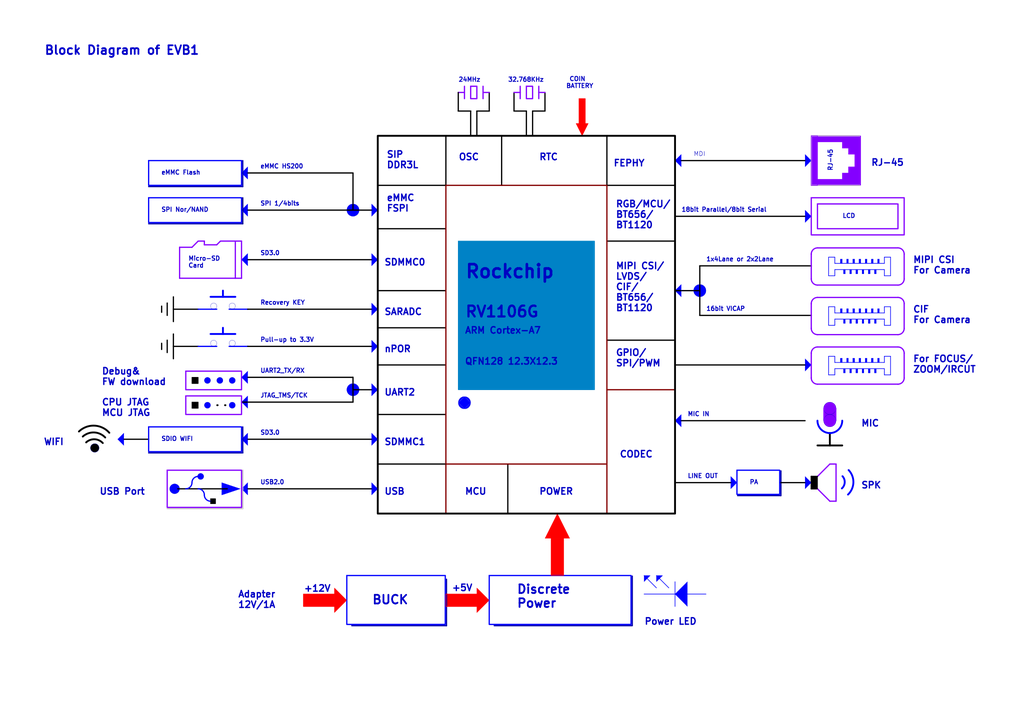
<source format=kicad_sch>
(kicad_sch
	(version 20250114)
	(generator "eeschema")
	(generator_version "9.0")
	(uuid "eeb7bc4c-221d-46ab-9fbb-a5ef95f7e228")
	(paper "A3")
	(lib_symbols)
	(polyline
		(pts
			(xy 269.24 236.0422) (xy 271.78 236.0422) (xy 269.24 238.5822) (xy 269.24 238.5822) (xy 269.24 238.5822)
			(xy 269.24 236.0422) (xy 269.24 236.0422)
		)
		(stroke
			(width 0.0254)
			(type solid)
			(color 0 0 255 1)
		)
		(fill
			(type color)
			(color 0 0 255 1)
		)
		(uuid 00437e42-5c50-487c-8e30-a349e38d0416)
	)
	(rectangle
		(start 99.06 81.1022)
		(end 60.96 91.2622)
		(stroke
			(width 0.508)
			(type solid)
			(color 0 0 255 1)
		)
		(fill
			(type none)
		)
		(uuid 030389c0-1c37-4395-8cb6-ebd4c80d7e2b)
	)
	(arc
		(start 78.74 197.9422)
		(mid 79.4839 196.1461)
		(end 81.28 195.4022)
		(stroke
			(width 0.508)
			(type solid)
			(color 0 0 255 1)
		)
		(fill
			(type none)
		)
		(uuid 04ba3c3f-b77e-42e0-83b4-6741cdff7489)
	)
	(polyline
		(pts
			(xy 344.678 146.8882) (xy 345.44 146.8882) (xy 345.44 148.6662) (xy 344.678 148.6662) (xy 344.678 148.6662)
			(xy 344.678 146.8882) (xy 344.678 146.8882)
		)
		(stroke
			(width 0.0254)
			(type solid)
			(color 0 0 255 1)
		)
		(fill
			(type color)
			(color 0 0 255 1)
		)
		(uuid 09119156-1338-4e3e-a40f-41de86500b42)
	)
	(rectangle
		(start 99.06 175.0822)
		(end 60.96 185.2422)
		(stroke
			(width 0.508)
			(type solid)
			(color 0 0 255 1)
		)
		(fill
			(type none)
		)
		(uuid 09a04d9c-8b7c-4df1-a814-b93ff8a530be)
	)
	(polyline
		(pts
			(xy 349.758 106.2482) (xy 350.52 106.2482) (xy 350.52 108.0262) (xy 349.758 108.0262) (xy 349.758 108.0262)
			(xy 349.758 106.2482) (xy 349.758 106.2482)
		)
		(stroke
			(width 0.0254)
			(type solid)
			(color 0 0 255 1)
		)
		(fill
			(type color)
			(color 0 0 255 1)
		)
		(uuid 0ab8f0d6-dd00-4dce-932f-235b15de0f1c)
	)
	(polyline
		(pts
			(xy 344.678 126.5682) (xy 345.44 126.5682) (xy 345.44 128.3462) (xy 344.678 128.3462) (xy 344.678 128.3462)
			(xy 344.678 126.5682) (xy 344.678 126.5682)
		)
		(stroke
			(width 0.0254)
			(type solid)
			(color 0 0 255 1)
		)
		(fill
			(type color)
			(color 0 0 255 1)
		)
		(uuid 0b325e2e-fd3d-4d5a-85b7-e896bf7cd575)
	)
	(polyline
		(pts
			(xy 142.24 246.2022) (xy 142.24 246.2022) (xy 137.16 251.2822) (xy 137.16 241.1222) (xy 142.24 246.2022)
			(xy 142.24 246.2022) (xy 142.24 246.2022)
		)
		(stroke
			(width 0.0254)
			(type solid)
			(color 255 0 0 1)
		)
		(fill
			(type color)
			(color 255 0 0 1)
		)
		(uuid 0b6766ad-76fa-496c-9a3f-d634f6c232c8)
	)
	(arc
		(start 332.74 144.8562)
		(mid 333.4839 143.0601)
		(end 335.28 142.3162)
		(stroke
			(width 0.508)
			(type solid)
			(color 132 0 255 1)
		)
		(fill
			(type none)
		)
		(uuid 0c4fe77e-9caa-4e2e-bc72-6fb78ed389d3)
	)
	(arc
		(start 78.74 197.9422)
		(mid 77.9961 199.7383)
		(end 76.2 200.4822)
		(stroke
			(width 0.508)
			(type solid)
			(color 0 0 255 1)
		)
		(fill
			(type none)
		)
		(uuid 0e76cbed-5d90-4591-8c57-bd1d3da09d12)
	)
	(polyline
		(pts
			(xy 154.94 142.0622) (xy 154.94 142.0622) (xy 152.4 144.6022) (xy 152.4 139.5222) (xy 154.94 142.0622)
			(xy 154.94 142.0622) (xy 154.94 142.0622)
		)
		(stroke
			(width 0.0254)
			(type solid)
			(color 0 0 255 1)
		)
		(fill
			(type color)
			(color 0 0 255 1)
		)
		(uuid 1115aced-e140-4146-a54d-89c24fd1f214)
	)
	(rectangle
		(start 335.28 55.7022)
		(end 332.74 76.0222)
		(stroke
			(width 0.254)
			(type solid)
			(color 132 0 255 1)
		)
		(fill
			(type color)
			(color 132 0 255 1)
		)
		(uuid 11669cc6-24dc-4321-9aa5-9aa0880896ec)
	)
	(arc
		(start 86.36 205.5622)
		(mid 84.5639 204.8183)
		(end 83.82 203.0222)
		(stroke
			(width 0.508)
			(type solid)
			(color 0 0 255 1)
		)
		(fill
			(type none)
		)
		(uuid 12d94c8f-393f-4c1a-b2ee-c56f226769e1)
	)
	(rectangle
		(start 258.826 236.0422)
		(end 200.66 256.1082)
		(stroke
			(width 0.508)
			(type solid)
			(color 0 0 255 1)
		)
		(fill
			(type none)
		)
		(uuid 12f543b4-67df-4a71-9496-6eec37d24153)
	)
	(circle
		(center 340.36 167.4622)
		(radius 2.54)
		(stroke
			(width 0.0001)
			(type solid)
		)
		(fill
			(type color)
			(color 132 0 255 1)
		)
		(uuid 14b04087-6813-4967-a47e-158a19fcbfae)
	)
	(polyline
		(pts
			(xy 193.04 165.1762) (xy 190.5 167.7162) (xy 187.96 165.1762) (xy 190.5 162.6362) (xy 193.04 165.1762)
		)
		(stroke
			(width -0.0001)
			(type default)
		)
		(fill
			(type color)
			(color 0 0 255 1)
		)
		(uuid 152fb5ac-dc74-4a68-afce-a6ee2e990d07)
	)
	(polyline
		(pts
			(xy 154.94 126.8222) (xy 154.94 126.8222) (xy 152.4 129.3622) (xy 152.4 124.2822) (xy 154.94 126.8222)
			(xy 154.94 126.8222) (xy 154.94 126.8222)
		)
		(stroke
			(width 0.0254)
			(type solid)
			(color 0 0 255 1)
		)
		(fill
			(type color)
			(color 0 0 255 1)
		)
		(uuid 155fff22-be5f-428c-9074-63a1819dc5f6)
	)
	(circle
		(center 87.63 125.5522)
		(radius 1.27)
		(stroke
			(width 0.0001)
			(type solid)
		)
		(fill
			(type none)
		)
		(uuid 187c864b-8d3f-4975-8476-4dc4c0148ce5)
	)
	(polyline
		(pts
			(xy 345.948 130.8862) (xy 346.71 130.8862) (xy 346.71 132.6642) (xy 345.948 132.6642) (xy 345.948 132.6642)
			(xy 345.948 130.8862) (xy 345.948 130.8862)
		)
		(stroke
			(width 0.0254)
			(type solid)
			(color 0 0 255 1)
		)
		(fill
			(type color)
			(color 0 0 255 1)
		)
		(uuid 196a9295-d266-4e65-a611-468c0ad85d3a)
	)
	(bezier
		(pts
			(xy 190.5 162.6362) (xy 191.9028 162.6362) (xy 193.04 163.7733) (xy 193.04 165.1762)
		)
		(stroke
			(width 0.0254)
			(type solid)
		)
		(fill
			(type color)
			(color 0 0 255 1)
		)
		(uuid 1a303aaf-cfa5-46b7-b146-a2ea1c4e893c)
	)
	(rectangle
		(start 231.14 220.8022)
		(end 226.06 236.0422)
		(stroke
			(width 0.254)
			(type solid)
			(color 255 0 0 1)
		)
		(fill
			(type color)
			(color 255 0 0 1)
		)
		(uuid 1bc957a4-2a5c-4a8f-b2cd-202431a6c0f4)
	)
	(polyline
		(pts
			(xy 99.06 106.5022) (xy 99.06 106.5022) (xy 101.6 103.9622) (xy 101.6 109.0422) (xy 99.06 106.5022)
			(xy 99.06 106.5022) (xy 99.06 106.5022)
		)
		(stroke
			(width 0.0254)
			(type solid)
			(color 0 0 255 1)
		)
		(fill
			(type color)
			(color 0 0 255 1)
		)
		(uuid 1c6bc1fb-19cf-45cc-a016-fd50139b0e90)
	)
	(polyline
		(pts
			(xy 356.108 151.2062) (xy 356.87 151.2062) (xy 356.87 152.9842) (xy 356.108 152.9842) (xy 356.108 152.9842)
			(xy 356.108 151.2062) (xy 356.108 151.2062)
		)
		(stroke
			(width 0.0254)
			(type solid)
			(color 0 0 255 1)
		)
		(fill
			(type color)
			(color 0 0 255 1)
		)
		(uuid 1da7f16f-7cab-48bb-8ec8-a02e1cb2d7fc)
	)
	(arc
		(start 332.74 124.5362)
		(mid 333.4839 122.7401)
		(end 335.28 121.9962)
		(stroke
			(width 0.508)
			(type solid)
			(color 132 0 255 1)
		)
		(fill
			(type none)
		)
		(uuid 1dbe7333-91a5-47cd-98d4-f13b5715123b)
	)
	(polyline
		(pts
			(xy 264.16 236.0422) (xy 266.7 236.0422) (xy 264.16 238.5822) (xy 264.16 238.5822) (xy 264.16 238.5822)
			(xy 264.16 236.0422) (xy 264.16 236.0422)
		)
		(stroke
			(width 0.0254)
			(type solid)
			(color 0 0 255 1)
		)
		(fill
			(type color)
			(color 0 0 255 1)
		)
		(uuid 1e16b872-e554-4b20-af74-ff58a3c97387)
	)
	(arc
		(start 335.28 137.2362)
		(mid 333.4839 136.4923)
		(end 332.74 134.6962)
		(stroke
			(width 0.508)
			(type solid)
			(color 132 0 255 1)
		)
		(fill
			(type none)
		)
		(uuid 1f3b679b-ef6b-40aa-8ba7-3d99d4a526a0)
	)
	(circle
		(center 71.628 200.4822)
		(radius 2.032)
		(stroke
			(width 0.0001)
			(type solid)
		)
		(fill
			(type color)
			(color 0 0 255 1)
		)
		(uuid 20d1e172-0111-451c-8ed3-0f7aa6720cd5)
	)
	(circle
		(center 90.17 156.0322)
		(radius 1.27)
		(stroke
			(width 0.0001)
			(type solid)
		)
		(fill
			(type color)
			(color 0 0 255 1)
		)
		(uuid 21015558-7669-413b-9ec2-370f8e0c60b4)
	)
	(rectangle
		(start 81.28 154.7622)
		(end 78.74 157.3022)
		(stroke
			(width 0.254)
			(type solid)
			(color 0 0 0 1)
		)
		(fill
			(type color)
			(color 0 0 0 1)
		)
		(uuid 23876ec7-ec34-483c-b956-0b18be5373b4)
	)
	(polyline
		(pts
			(xy 357.378 106.2482) (xy 358.14 106.2482) (xy 358.14 108.0262) (xy 357.378 108.0262) (xy 357.378 108.0262)
			(xy 357.378 106.2482) (xy 357.378 106.2482)
		)
		(stroke
			(width 0.0254)
			(type solid)
			(color 0 0 255 1)
		)
		(fill
			(type color)
			(color 0 0 255 1)
		)
		(uuid 243e1dc5-41d4-4915-82ca-d400f51c4d25)
	)
	(polyline
		(pts
			(xy 228.6 210.6422) (xy 228.6 210.6422) (xy 233.68 220.8022) (xy 223.52 220.8022) (xy 228.6 210.6422)
			(xy 228.6 210.6422) (xy 228.6 210.6422)
		)
		(stroke
			(width 0.0254)
			(type solid)
			(color 255 0 0 1)
		)
		(fill
			(type color)
			(color 255 0 0 1)
		)
		(uuid 259d4990-349e-43ea-bd4a-be360bd54674)
	)
	(polyline
		(pts
			(xy 332.74 197.9422) (xy 332.74 197.9422) (xy 330.2 200.4822) (xy 330.2 195.4022) (xy 332.74 197.9422)
			(xy 332.74 197.9422) (xy 332.74 197.9422)
		)
		(stroke
			(width 0.0254)
			(type solid)
			(color 0 0 255 1)
		)
		(fill
			(type color)
			(color 0 0 255 1)
		)
		(uuid 2b2d0ab7-bb6b-44a1-8314-6d58b5ae5ede)
	)
	(polyline
		(pts
			(xy 347.218 126.5682) (xy 347.98 126.5682) (xy 347.98 128.3462) (xy 347.218 128.3462) (xy 347.218 128.3462)
			(xy 347.218 126.5682) (xy 347.218 126.5682)
		)
		(stroke
			(width 0.0254)
			(type solid)
			(color 0 0 255 1)
		)
		(fill
			(type color)
			(color 0 0 255 1)
		)
		(uuid 2d978a9d-bc77-47fc-8210-cd567a76f445)
	)
	(circle
		(center 144.78 86.1822)
		(radius 2.54)
		(stroke
			(width 0.0001)
			(type solid)
		)
		(fill
			(type color)
			(color 0 0 255 1)
		)
		(uuid 30b0a1a9-159e-4b4e-b549-1c110fe3d805)
	)
	(polyline
		(pts
			(xy 347.218 106.2482) (xy 347.98 106.2482) (xy 347.98 108.0262) (xy 347.218 108.0262) (xy 347.218 108.0262)
			(xy 347.218 106.2482) (xy 347.218 106.2482)
		)
		(stroke
			(width 0.0254)
			(type solid)
			(color 0 0 255 1)
		)
		(fill
			(type color)
			(color 0 0 255 1)
		)
		(uuid 31163e9f-3dbe-404e-bdc5-c3c118acad85)
	)
	(polyline
		(pts
			(xy 353.568 110.5662) (xy 354.33 110.5662) (xy 354.33 112.3442) (xy 353.568 112.3442) (xy 353.568 112.3442)
			(xy 353.568 110.5662) (xy 353.568 110.5662)
		)
		(stroke
			(width 0.0254)
			(type solid)
			(color 0 0 255 1)
		)
		(fill
			(type color)
			(color 0 0 255 1)
		)
		(uuid 33a0af51-e9b9-4f96-ae38-53f385c85c5d)
	)
	(polyline
		(pts
			(xy 352.298 126.5682) (xy 353.06 126.5682) (xy 353.06 128.3462) (xy 352.298 128.3462) (xy 352.298 128.3462)
			(xy 352.298 126.5682) (xy 352.298 126.5682)
		)
		(stroke
			(width 0.0254)
			(type solid)
			(color 0 0 255 1)
		)
		(fill
			(type color)
			(color 0 0 255 1)
		)
		(uuid 3439ad25-2c09-4005-bea6-978a09b75da3)
	)
	(circle
		(center 85.09 156.0322)
		(radius 1.27)
		(stroke
			(width 0.0001)
			(type solid)
		)
		(fill
			(type color)
			(color 0 0 255 1)
		)
		(uuid 34641648-a7b6-46d2-a6cd-99868d0f320e)
	)
	(rectangle
		(start 195.58 35.3822)
		(end 193.04 40.4622)
		(stroke
			(width 0.508)
			(type solid)
			(color 132 0 255 1)
		)
		(fill
			(type none)
		)
		(uuid 3743c1dd-250f-4185-aa1d-c9d8108132cb)
	)
	(polyline
		(pts
			(xy 358.648 151.2062) (xy 359.41 151.2062) (xy 359.41 152.9842) (xy 358.648 152.9842) (xy 358.648 152.9842)
			(xy 358.648 151.2062) (xy 358.648 151.2062)
		)
		(stroke
			(width 0.0254)
			(type solid)
			(color 0 0 255 1)
		)
		(fill
			(type color)
			(color 0 0 255 1)
		)
		(uuid 3a171f38-9c8d-4c5f-b6a0-aba5ca67a07f)
	)
	(polyline
		(pts
			(xy 359.918 106.2482) (xy 360.68 106.2482) (xy 360.68 108.0262) (xy 359.918 108.0262) (xy 359.918 108.0262)
			(xy 359.918 106.2482) (xy 359.918 106.2482)
		)
		(stroke
			(width 0.0254)
			(type solid)
			(color 0 0 255 1)
		)
		(fill
			(type color)
			(color 0 0 255 1)
		)
		(uuid 3c7dd71c-0f5b-40be-9665-3dab69d885a4)
	)
	(rectangle
		(start 195.58 243.6622)
		(end 182.88 248.7422)
		(stroke
			(width 0.254)
			(type solid)
			(color 255 0 0 1)
		)
		(fill
			(type color)
			(color 255 0 0 1)
		)
		(uuid 41911f9c-e6ac-4a03-9c18-8b3ea2573206)
	)
	(polyline
		(pts
			(xy 99.06 154.7622) (xy 99.06 154.7622) (xy 101.6 152.2222) (xy 101.6 157.3022) (xy 99.06 154.7622)
			(xy 99.06 154.7622) (xy 99.06 154.7622)
		)
		(stroke
			(width 0.0254)
			(type solid)
			(color 0 0 255 1)
		)
		(fill
			(type color)
			(color 0 0 255 1)
		)
		(uuid 42343032-630c-492d-9fee-98dc45afc41e)
	)
	(rectangle
		(start 342.9 167.4622)
		(end 337.82 172.5422)
		(stroke
			(width 0.254)
			(type solid)
			(color 132 0 255 1)
		)
		(fill
			(type color)
			(color 132 0 255 1)
		)
		(uuid 45ec0bf0-ea80-4887-8969-868cf433a187)
	)
	(circle
		(center 287.02 119.2022)
		(radius 2.54)
		(stroke
			(width 0.0001)
			(type solid)
		)
		(fill
			(type color)
			(color 0 0 255 1)
		)
		(uuid 4dc1106c-655f-41f6-b761-58cc62bac264)
	)
	(rectangle
		(start 370.84 81.1022)
		(end 332.74 96.3422)
		(stroke
			(width 0.508)
			(type solid)
			(color 132 0 255 1)
		)
		(fill
			(type none)
		)
		(uuid 4ead362c-e767-4579-abd3-942335bc4953)
	)
	(polyline
		(pts
			(xy 358.648 130.8862) (xy 359.41 130.8862) (xy 359.41 132.6642) (xy 358.648 132.6642) (xy 358.648 132.6642)
			(xy 358.648 130.8862) (xy 358.648 130.8862)
		)
		(stroke
			(width 0.0254)
			(type solid)
			(color 0 0 255 1)
		)
		(fill
			(type color)
			(color 0 0 255 1)
		)
		(uuid 506ba9c2-0cbd-4c7f-b92c-6b6ec0a4e158)
	)
	(rectangle
		(start 240.03 40.4622)
		(end 237.49 50.6222)
		(stroke
			(width 0.254)
			(type solid)
			(color 255 0 0 1)
		)
		(fill
			(type color)
			(color 255 0 0 1)
		)
		(uuid 5659c364-83e5-4741-ae6b-308fe34ad875)
	)
	(polyline
		(pts
			(xy 200.66 246.2022) (xy 200.66 246.2022) (xy 195.58 251.2822) (xy 195.58 241.1222) (xy 200.66 246.2022)
			(xy 200.66 246.2022) (xy 200.66 246.2022)
		)
		(stroke
			(width 0.0254)
			(type solid)
			(color 255 0 0 1)
		)
		(fill
			(type color)
			(color 255 0 0 1)
		)
		(uuid 56b04bb3-3435-4d9b-885e-a0d65605d31d)
	)
	(polyline
		(pts
			(xy 154.94 159.8422) (xy 154.94 159.8422) (xy 152.4 162.3822) (xy 152.4 157.3022) (xy 154.94 159.8422)
			(xy 154.94 159.8422) (xy 154.94 159.8422)
		)
		(stroke
			(width 0.0254)
			(type solid)
			(color 0 0 255 1)
		)
		(fill
			(type color)
			(color 0 0 255 1)
		)
		(uuid 57194f4a-ba95-4f4c-a8c1-c1bae051cc52)
	)
	(circle
		(center 82.296 195.4022)
		(radius 1.27)
		(stroke
			(width 0.0001)
			(type solid)
		)
		(fill
			(type color)
			(color 0 0 255 1)
		)
		(uuid 5a23b30e-8e1b-4ab2-a70c-46f9e3a6a23a)
	)
	(polyline
		(pts
			(xy 347.218 146.8882) (xy 347.98 146.8882) (xy 347.98 148.6662) (xy 347.218 148.6662) (xy 347.218 148.6662)
			(xy 347.218 146.8882) (xy 347.218 146.8882)
		)
		(stroke
			(width 0.0254)
			(type solid)
			(color 0 0 255 1)
		)
		(fill
			(type color)
			(color 0 0 255 1)
		)
		(uuid 5a2742ce-bd64-4585-b121-031f33427ca8)
	)
	(circle
		(center 95.25 166.1922)
		(radius 1.27)
		(stroke
			(width 0.0001)
			(type solid)
		)
		(fill
			(type color)
			(color 0 0 255 1)
		)
		(uuid 5b0aa187-c002-4103-b6cf-21cc9a7b0972)
	)
	(polyline
		(pts
			(xy 276.86 172.5422) (xy 276.86 172.5422) (xy 279.4 170.0022) (xy 279.4 175.0822) (xy 276.86 172.5422)
			(xy 276.86 172.5422) (xy 276.86 172.5422)
		)
		(stroke
			(width 0.0254)
			(type solid)
			(color 0 0 255 1)
		)
		(fill
			(type color)
			(color 0 0 255 1)
		)
		(uuid 5ed189fc-fe28-43ba-afdd-2f84ee0ea80e)
	)
	(arc
		(start 370.84 134.6962)
		(mid 370.0961 136.4923)
		(end 368.3 137.2362)
		(stroke
			(width 0.508)
			(type solid)
			(color 132 0 255 1)
		)
		(fill
			(type none)
		)
		(uuid 60ee3723-814b-4f2a-adc4-4823ea9adadb)
	)
	(polyline
		(pts
			(xy 349.758 126.5682) (xy 350.52 126.5682) (xy 350.52 128.3462) (xy 349.758 128.3462) (xy 349.758 128.3462)
			(xy 349.758 126.5682) (xy 349.758 126.5682)
		)
		(stroke
			(width 0.0254)
			(type solid)
			(color 0 0 255 1)
		)
		(fill
			(type color)
			(color 0 0 255 1)
		)
		(uuid 6183c27f-cceb-4de3-a410-3259de9a3dbf)
	)
	(polyline
		(pts
			(xy 351.028 110.5662) (xy 351.79 110.5662) (xy 351.79 112.3442) (xy 351.028 112.3442) (xy 351.028 112.3442)
			(xy 351.028 110.5662) (xy 351.028 110.5662)
		)
		(stroke
			(width 0.0254)
			(type solid)
			(color 0 0 255 1)
		)
		(fill
			(type color)
			(color 0 0 255 1)
		)
		(uuid 634d17c3-dc95-4387-a356-1a2a972c5f12)
	)
	(polyline
		(pts
			(xy 332.74 88.7222) (xy 332.74 88.7222) (xy 330.2 91.2622) (xy 330.2 86.1822) (xy 332.74 88.7222)
			(xy 332.74 88.7222) (xy 332.74 88.7222)
		)
		(stroke
			(width 0.0254)
			(type solid)
			(color 0 0 255 1)
		)
		(fill
			(type color)
			(color 0 0 255 1)
		)
		(uuid 63ad1fc1-0759-4bac-a367-bf27f61fe33e)
	)
	(polyline
		(pts
			(xy 354.838 126.5682) (xy 355.6 126.5682) (xy 355.6 128.3462) (xy 354.838 128.3462) (xy 354.838 128.3462)
			(xy 354.838 126.5682) (xy 354.838 126.5682)
		)
		(stroke
			(width 0.0254)
			(type solid)
			(color 0 0 255 1)
		)
		(fill
			(type color)
			(color 0 0 255 1)
		)
		(uuid 6525f1f0-0327-43ba-9f60-475bf3f08c05)
	)
	(polyline
		(pts
			(xy 154.94 106.5022) (xy 154.94 106.5022) (xy 152.4 109.0422) (xy 152.4 103.9622) (xy 154.94 106.5022)
			(xy 154.94 106.5022) (xy 154.94 106.5022)
		)
		(stroke
			(width 0.0254)
			(type solid)
			(color 0 0 255 1)
		)
		(fill
			(type color)
			(color 0 0 255 1)
		)
		(uuid 652625a3-84f0-45e8-836c-76123e05770f)
	)
	(circle
		(center 95.25 125.5522)
		(radius 1.27)
		(stroke
			(width 0.0001)
			(type solid)
		)
		(fill
			(type none)
		)
		(uuid 66bf3014-f3f1-4b4e-84ce-91df9957498c)
	)
	(arc
		(start 335.28 116.9162)
		(mid 333.4839 116.1723)
		(end 332.74 114.3762)
		(stroke
			(width 0.508)
			(type solid)
			(color 132 0 255 1)
		)
		(fill
			(type none)
		)
		(uuid 66f61d81-f654-4001-b948-6410dc17d7f5)
	)
	(polyline
		(pts
			(xy 99.06 86.1822) (xy 99.06 86.1822) (xy 101.6 83.6422) (xy 101.6 88.7222) (xy 99.06 86.1822) (xy 99.06 86.1822)
			(xy 99.06 86.1822)
		)
		(stroke
			(width 0.0254)
			(type solid)
			(color 0 0 255 1)
		)
		(fill
			(type color)
			(color 0 0 255 1)
		)
		(uuid 682d7baa-4a9b-48eb-b924-c82a07a92640)
	)
	(polyline
		(pts
			(xy 281.94 241.1222) (xy 281.94 248.7422) (xy 276.86 243.6622) (xy 276.86 243.6622) (xy 276.86 243.6622)
			(xy 281.94 238.5822) (xy 281.94 241.1222)
		)
		(stroke
			(width 0.0254)
			(type solid)
			(color 0 0 255 1)
		)
		(fill
			(type color)
			(color 0 0 255 1)
		)
		(uuid 68f4fa76-092e-43c0-8777-9a7f7a49912c)
	)
	(rectangle
		(start 99.06 65.8622)
		(end 60.96 76.0222)
		(stroke
			(width 0.508)
			(type solid)
			(color 0 0 255 1)
		)
		(fill
			(type none)
		)
		(uuid 6919dca7-a77a-4ac8-889f-b6d6b3fb8e11)
	)
	(polyline
		(pts
			(xy 98.552 200.4822) (xy 98.552 200.4822) (xy 90.932 203.0222) (xy 90.932 197.9422) (xy 98.552 200.4822)
			(xy 96.012 200.4822) (xy 98.552 200.4822)
		)
		(stroke
			(width 0.0254)
			(type solid)
			(color 0 0 255 1)
		)
		(fill
			(type color)
			(color 0 0 255 1)
		)
		(uuid 69975e8e-dde1-492a-9ed2-e314e8b6ba2a)
	)
	(arc
		(start 81.28 200.4822)
		(mid 83.0761 201.2261)
		(end 83.82 203.0222)
		(stroke
			(width 0.508)
			(type solid)
			(color 0 0 255 1)
		)
		(fill
			(type none)
		)
		(uuid 69b627ca-9d63-4bb3-91a4-770d94799ae4)
	)
	(circle
		(center 38.862 183.7182)
		(radius 1.778)
		(stroke
			(width 0.0001)
			(type solid)
		)
		(fill
			(type color)
			(color 0 0 0 1)
		)
		(uuid 6cc81d2e-8a34-4a0b-a2a4-15f0ec14cfe7)
	)
	(bezier
		(pts
			(xy 187.96 165.1762) (xy 187.96 163.7733) (xy 189.0971 162.6362) (xy 190.5 162.6362)
		)
		(stroke
			(width 0.0254)
			(type solid)
		)
		(fill
			(type color)
			(color 0 0 255 1)
		)
		(uuid 744872a8-e8bf-4690-9958-cf8547f135b0)
	)
	(polyline
		(pts
			(xy 345.948 110.5662) (xy 346.71 110.5662) (xy 346.71 112.3442) (xy 345.948 112.3442) (xy 345.948 112.3442)
			(xy 345.948 110.5662) (xy 345.948 110.5662)
		)
		(stroke
			(width 0.0254)
			(type solid)
			(color 0 0 255 1)
		)
		(fill
			(type color)
			(color 0 0 255 1)
		)
		(uuid 78c74883-ac46-4bbb-9613-c98785f07d81)
	)
	(rectangle
		(start 99.06 152.2222)
		(end 76.2 159.8422)
		(stroke
			(width 0.508)
			(type solid)
			(color 132 0 255 1)
		)
		(fill
			(type none)
		)
		(uuid 7b8fde62-b38c-4923-be21-0deada0629cd)
	)
	(polyline
		(pts
			(xy 154.94 86.1822) (xy 154.94 86.1822) (xy 152.4 88.7222) (xy 152.4 83.6422) (xy 154.94 86.1822)
			(xy 154.94 86.1822) (xy 154.94 86.1822)
		)
		(stroke
			(width 0.0254)
			(type solid)
			(color 0 0 255 1)
		)
		(fill
			(type color)
			(color 0 0 255 1)
		)
		(uuid 7de05303-6b72-448c-a92a-e34327c6beed)
	)
	(rectangle
		(start 368.3 83.6422)
		(end 335.28 93.8022)
		(stroke
			(width 0.508)
			(type solid)
			(color 132 0 255 1)
		)
		(fill
			(type none)
		)
		(uuid 7df8d408-ecc1-48d1-a61b-16e4fbab88e5)
	)
	(arc
		(start 345.44 172.5422)
		(mid 340.36 177.6222)
		(end 335.28 172.5422)
		(stroke
			(width 0.762)
			(type solid)
			(color 0 0 255 1)
		)
		(fill
			(type none)
		)
		(uuid 7e312914-f3fd-48dc-993e-0be43df88fa9)
	)
	(polyline
		(pts
			(xy 352.298 106.2482) (xy 353.06 106.2482) (xy 353.06 108.0262) (xy 352.298 108.0262) (xy 352.298 108.0262)
			(xy 352.298 106.2482) (xy 352.298 106.2482)
		)
		(stroke
			(width 0.0254)
			(type solid)
			(color 0 0 255 1)
		)
		(fill
			(type color)
			(color 0 0 255 1)
		)
		(uuid 802d8cb9-6625-4c04-9494-26607b3f65f8)
	)
	(polyline
		(pts
			(xy 99.06 200.4822) (xy 99.06 200.4822) (xy 101.6 197.9422) (xy 101.6 203.0222) (xy 99.06 200.4822)
			(xy 99.06 200.4822) (xy 99.06 200.4822)
		)
		(stroke
			(width 0.0254)
			(type solid)
			(color 0 0 255 1)
		)
		(fill
			(type color)
			(color 0 0 255 1)
		)
		(uuid 82c4d8e5-51d2-415b-b046-d6ba9292e3a6)
	)
	(polyline
		(pts
			(xy 48.26 180.1622) (xy 48.26 180.1622) (xy 50.8 177.6222) (xy 50.8 182.7022) (xy 48.26 180.1622)
			(xy 48.26 180.1622) (xy 48.26 180.1622)
		)
		(stroke
			(width 0.0254)
			(type solid)
			(color 0 0 255 1)
		)
		(fill
			(type color)
			(color 0 0 255 1)
		)
		(uuid 82c7a732-c73f-4cd9-976a-80d1942bc651)
	)
	(polyline
		(pts
			(xy 351.028 130.8862) (xy 351.79 130.8862) (xy 351.79 132.6642) (xy 351.028 132.6642) (xy 351.028 132.6642)
			(xy 351.028 130.8862) (xy 351.028 130.8862)
		)
		(stroke
			(width 0.0254)
			(type solid)
			(color 0 0 255 1)
		)
		(fill
			(type color)
			(color 0 0 255 1)
		)
		(uuid 84dbd32a-8e1a-426d-aff1-7c635e6010a3)
	)
	(arc
		(start 332.74 104.2162)
		(mid 333.4839 102.4201)
		(end 335.28 101.6762)
		(stroke
			(width 0.508)
			(type solid)
			(color 132 0 255 1)
		)
		(fill
			(type none)
		)
		(uuid 86560a65-21ff-4d21-abde-bc42ac6282bb)
	)
	(polyline
		(pts
			(xy 357.378 126.5682) (xy 358.14 126.5682) (xy 358.14 128.3462) (xy 357.378 128.3462) (xy 357.378 128.3462)
			(xy 357.378 126.5682) (xy 357.378 126.5682)
		)
		(stroke
			(width 0.0254)
			(type solid)
			(color 0 0 255 1)
		)
		(fill
			(type color)
			(color 0 0 255 1)
		)
		(uuid 8911dcdd-2286-4eb5-ad8a-449d7b17a32f)
	)
	(polyline
		(pts
			(xy 352.298 146.8882) (xy 353.06 146.8882) (xy 353.06 148.6662) (xy 352.298 148.6662) (xy 352.298 148.6662)
			(xy 352.298 146.8882) (xy 352.298 146.8882)
		)
		(stroke
			(width 0.0254)
			(type solid)
			(color 0 0 255 1)
		)
		(fill
			(type color)
			(color 0 0 255 1)
		)
		(uuid 891d5c87-8e34-40b4-b25e-c21419c919e4)
	)
	(rectangle
		(start 243.84 98.8822)
		(end 187.96 159.8422)
		(stroke
			(width 0.254)
			(type solid)
			(color 0 130 198 1)
		)
		(fill
			(type color)
			(color 0 130 198 1)
		)
		(uuid 8984ccae-f5bc-4b64-9dc0-1799e5613596)
	)
	(bezier
		(pts
			(xy 190.5 167.7162) (xy 189.0971 167.7162) (xy 187.96 166.579) (xy 187.96 165.1762)
		)
		(stroke
			(width 0.0254)
			(type solid)
		)
		(fill
			(type color)
			(color 0 0 255 1)
		)
		(uuid 8a31287e-83e5-4257-af15-df9dc2726c26)
	)
	(polyline
		(pts
			(xy 332.74 65.8622) (xy 332.74 65.8622) (xy 330.2 68.4022) (xy 330.2 63.3222) (xy 332.74 65.8622)
			(xy 332.74 65.8622) (xy 332.74 65.8622)
		)
		(stroke
			(width 0.0254)
			(type solid)
			(color 0 0 255 1)
		)
		(fill
			(type color)
			(color 0 0 255 1)
		)
		(uuid 8ab93c57-0389-45d0-83e6-0c92dd08cf41)
	)
	(rectangle
		(start 182.626 236.0422)
		(end 142.24 256.1082)
		(stroke
			(width 0.508)
			(type solid)
			(color 0 0 255 1)
		)
		(fill
			(type none)
		)
		(uuid 8b1019f9-c624-4522-be3f-739e01b47032)
	)
	(polyline
		(pts
			(xy 238.76 55.7022) (xy 238.76 55.7022) (xy 236.22 50.6222) (xy 241.3 50.6222) (xy 238.76 55.7022)
			(xy 238.76 55.7022) (xy 238.76 55.7022)
		)
		(stroke
			(width 0.0254)
			(type solid)
			(color 255 0 0 1)
		)
		(fill
			(type color)
			(color 255 0 0 1)
		)
		(uuid 8b1e493b-eb49-4f76-972b-44a2d0cefee6)
	)
	(polyline
		(pts
			(xy 353.568 130.8862) (xy 354.33 130.8862) (xy 354.33 132.6642) (xy 353.568 132.6642) (xy 353.568 132.6642)
			(xy 353.568 130.8862) (xy 353.568 130.8862)
		)
		(stroke
			(width 0.0254)
			(type solid)
			(color 0 0 255 1)
		)
		(fill
			(type color)
			(color 0 0 255 1)
		)
		(uuid 8e91bde4-96c7-471c-83f6-8dc4941fda2f)
	)
	(bezier
		(pts
			(xy 193.04 165.1762) (xy 193.04 166.579) (xy 191.9028 167.7162) (xy 190.5 167.7162)
		)
		(stroke
			(width 0.0254)
			(type solid)
		)
		(fill
			(type color)
			(color 0 0 255 1)
		)
		(uuid 8f891b17-6171-422e-bfa2-7bf1c3ffeb47)
	)
	(polyline
		(pts
			(xy 276.86 119.2022) (xy 276.86 119.2022) (xy 279.4 116.6622) (xy 279.4 121.7422) (xy 276.86 119.2022)
			(xy 276.86 119.2022) (xy 276.86 119.2022)
		)
		(stroke
			(width 0.0254)
			(type solid)
			(color 0 0 255 1)
		)
		(fill
			(type color)
			(color 0 0 255 1)
		)
		(uuid 911b4266-51f9-4125-9d01-02060e07ad47)
	)
	(rectangle
		(start 88.392 204.5462)
		(end 86.36 206.5782)
		(stroke
			(width 0.254)
			(type solid)
			(color 0 0 0 1)
		)
		(fill
			(type color)
			(color 0 0 0 1)
		)
		(uuid 932c248f-ed20-4839-9f6e-1e85ad1b1ba6)
	)
	(polyline
		(pts
			(xy 356.108 110.5662) (xy 356.87 110.5662) (xy 356.87 112.3442) (xy 356.108 112.3442) (xy 356.108 112.3442)
			(xy 356.108 110.5662) (xy 356.108 110.5662)
		)
		(stroke
			(width 0.0254)
			(type solid)
			(color 0 0 255 1)
		)
		(fill
			(type color)
			(color 0 0 255 1)
		)
		(uuid 93620739-ec35-485d-816e-2a94e964e3ec)
	)
	(polyline
		(pts
			(xy 354.838 146.8882) (xy 355.6 146.8882) (xy 355.6 148.6662) (xy 354.838 148.6662) (xy 354.838 148.6662)
			(xy 354.838 146.8882) (xy 354.838 146.8882)
		)
		(stroke
			(width 0.0254)
			(type solid)
			(color 0 0 255 1)
		)
		(fill
			(type color)
			(color 0 0 255 1)
		)
		(uuid 982b9e8a-436b-4a72-81af-f934c0344c13)
	)
	(circle
		(center 340.36 172.5422)
		(radius 2.54)
		(stroke
			(width 0.0001)
			(type solid)
		)
		(fill
			(type color)
			(color 132 0 255 1)
		)
		(uuid 98937063-5f69-46f0-b560-c20c742a901b)
	)
	(polyline
		(pts
			(xy 99.06 70.9422) (xy 99.06 70.9422) (xy 101.6 68.4022) (xy 101.6 73.4822) (xy 99.06 70.9422) (xy 99.06 70.9422)
			(xy 99.06 70.9422)
		)
		(stroke
			(width 0.0254)
			(type solid)
			(color 0 0 255 1)
		)
		(fill
			(type color)
			(color 0 0 255 1)
		)
		(uuid 9b402f81-65b7-4ea1-8d11-1b91bc78350e)
	)
	(rectangle
		(start 99.06 192.8622)
		(end 68.58 208.1022)
		(stroke
			(width 0.508)
			(type solid)
			(color 132 0 255 1)
		)
		(fill
			(type none)
		)
		(uuid 9bf0d0a4-b5ef-46ab-8c3d-7bcd84ae7ce3)
	)
	(circle
		(center 95.25 140.7922)
		(radius 1.27)
		(stroke
			(width 0.0001)
			(type solid)
		)
		(fill
			(type none)
		)
		(uuid 9d405ab9-54e5-4b79-8a16-657a579cca12)
	)
	(polyline
		(pts
			(xy 332.74 149.6822) (xy 332.74 149.6822) (xy 330.2 152.2222) (xy 330.2 147.1422) (xy 332.74 149.6822)
			(xy 332.74 149.6822) (xy 332.74 149.6822)
		)
		(stroke
			(width 0.0254)
			(type solid)
			(color 0 0 255 1)
		)
		(fill
			(type color)
			(color 0 0 255 1)
		)
		(uuid a59758a6-6853-4243-8a14-45bcac12bc2b)
	)
	(polyline
		(pts
			(xy 348.488 130.8862) (xy 349.25 130.8862) (xy 349.25 132.6642) (xy 348.488 132.6642) (xy 348.488 132.6642)
			(xy 348.488 130.8862) (xy 348.488 130.8862)
		)
		(stroke
			(width 0.0254)
			(type solid)
			(color 0 0 255 1)
		)
		(fill
			(type color)
			(color 0 0 255 1)
		)
		(uuid a5d5a076-8cf9-4eb0-86ff-07cf51117d4e)
	)
	(polyline
		(pts
			(xy 358.648 110.5662) (xy 359.41 110.5662) (xy 359.41 112.3442) (xy 358.648 112.3442) (xy 358.648 112.3442)
			(xy 358.648 110.5662) (xy 358.648 110.5662)
		)
		(stroke
			(width 0.0254)
			(type solid)
			(color 0 0 255 1)
		)
		(fill
			(type color)
			(color 0 0 255 1)
		)
		(uuid aa853dfc-ac19-485b-b6c8-3dc647750f61)
	)
	(arc
		(start 370.84 114.3762)
		(mid 370.0961 116.1723)
		(end 368.3 116.9162)
		(stroke
			(width 0.508)
			(type solid)
			(color 132 0 255 1)
		)
		(fill
			(type none)
		)
		(uuid adc3cb06-9c45-4173-ac14-92b378ab1c5d)
	)
	(rectangle
		(start 335.28 195.4022)
		(end 332.74 200.4822)
		(stroke
			(width 0.254)
			(type solid)
			(color 0 0 0 1)
		)
		(fill
			(type color)
			(color 0 0 0 1)
		)
		(uuid add4ff5c-3041-4bcf-9604-926de1ef5657)
	)
	(circle
		(center 87.63 140.7922)
		(radius 1.27)
		(stroke
			(width 0.0001)
			(type solid)
		)
		(fill
			(type none)
		)
		(uuid b32987df-e2ed-4fb6-bb92-20470cd763e7)
	)
	(polyline
		(pts
			(xy 351.028 151.2062) (xy 351.79 151.2062) (xy 351.79 152.9842) (xy 351.028 152.9842) (xy 351.028 152.9842)
			(xy 351.028 151.2062) (xy 351.028 151.2062)
		)
		(stroke
			(width 0.0254)
			(type solid)
			(color 0 0 255 1)
		)
		(fill
			(type color)
			(color 0 0 255 1)
		)
		(uuid ba173ed4-7714-4897-b863-2391716c1f05)
	)
	(polyline
		(pts
			(xy 302.26 197.9422) (xy 302.26 197.9422) (xy 299.72 200.4822) (xy 299.72 195.4022) (xy 302.26 197.9422)
			(xy 302.26 197.9422) (xy 302.26 197.9422)
		)
		(stroke
			(width 0.0254)
			(type solid)
			(color 0 0 255 1)
		)
		(fill
			(type color)
			(color 0 0 255 1)
		)
		(uuid bb54dafa-80b8-4645-a873-8c464242a480)
	)
	(arc
		(start 335.28 157.5562)
		(mid 333.4839 156.8123)
		(end 332.74 155.0162)
		(stroke
			(width 0.508)
			(type solid)
			(color 132 0 255 1)
		)
		(fill
			(type none)
		)
		(uuid bdb095f6-57a2-4f07-861e-d4dea965ecbf)
	)
	(circle
		(center 85.09 166.1922)
		(radius 1.27)
		(stroke
			(width 0.0001)
			(type solid)
		)
		(fill
			(type color)
			(color 0 0 255 1)
		)
		(uuid be945d90-bd01-489b-a1a7-2b35b48f1561)
	)
	(polyline
		(pts
			(xy 348.488 151.2062) (xy 349.25 151.2062) (xy 349.25 152.9842) (xy 348.488 152.9842) (xy 348.488 152.9842)
			(xy 348.488 151.2062) (xy 348.488 151.2062)
		)
		(stroke
			(width 0.0254)
			(type solid)
			(color 0 0 255 1)
		)
		(fill
			(type color)
			(color 0 0 255 1)
		)
		(uuid c2c79eae-ecc8-43b2-b942-e75c569af9e1)
	)
	(arc
		(start 348.0562 192.7898)
		(mid 350.0098 197.8661)
		(end 347.8048 202.8383)
		(stroke
			(width 0.762)
			(type solid)
			(color 0 0 255 1)
		)
		(fill
			(type none)
		)
		(uuid c3e79918-0207-41fd-8fcb-ec5333927507)
	)
	(polyline
		(pts
			(xy 154.94 200.4822) (xy 154.94 200.4822) (xy 152.4 203.0222) (xy 152.4 197.9422) (xy 154.94 200.4822)
			(xy 154.94 200.4822) (xy 154.94 200.4822)
		)
		(stroke
			(width 0.0254)
			(type solid)
			(color 0 0 255 1)
		)
		(fill
			(type color)
			(color 0 0 255 1)
		)
		(uuid c469e37c-62dd-407a-a47f-b0d7c81b69f0)
	)
	(arc
		(start 32.3787 176.9751)
		(mid 38.721 174.582)
		(end 44.8371 177.505)
		(stroke
			(width 0.762)
			(type solid)
			(color 0 0 0 1)
		)
		(fill
			(type none)
		)
		(uuid c5238ba0-9ed1-4283-b045-28c737d43eb2)
	)
	(polyline
		(pts
			(xy 354.838 106.2482) (xy 355.6 106.2482) (xy 355.6 108.0262) (xy 354.838 108.0262) (xy 354.838 108.0262)
			(xy 354.838 106.2482) (xy 354.838 106.2482)
		)
		(stroke
			(width 0.0254)
			(type solid)
			(color 0 0 255 1)
		)
		(fill
			(type color)
			(color 0 0 255 1)
		)
		(uuid c5ca0f4d-9718-46e2-b038-3494859361e8)
	)
	(polyline
		(pts
			(xy 359.918 126.5682) (xy 360.68 126.5682) (xy 360.68 128.3462) (xy 359.918 128.3462) (xy 359.918 128.3462)
			(xy 359.918 126.5682) (xy 359.918 126.5682)
		)
		(stroke
			(width 0.0254)
			(type solid)
			(color 0 0 255 1)
		)
		(fill
			(type color)
			(color 0 0 255 1)
		)
		(uuid c6ec285c-2a2c-41f3-9647-2fd653ef9b31)
	)
	(polyline
		(pts
			(xy 357.378 146.8882) (xy 358.14 146.8882) (xy 358.14 148.6662) (xy 357.378 148.6662) (xy 357.378 148.6662)
			(xy 357.378 146.8882) (xy 357.378 146.8882)
		)
		(stroke
			(width 0.0254)
			(type solid)
			(color 0 0 255 1)
		)
		(fill
			(type color)
			(color 0 0 255 1)
		)
		(uuid c8f5b853-1157-43e1-b1cc-aee3dafb117a)
	)
	(arc
		(start 368.3 121.9962)
		(mid 370.0961 122.7401)
		(end 370.84 124.5362)
		(stroke
			(width 0.508)
			(type solid)
			(color 132 0 255 1)
		)
		(fill
			(type none)
		)
		(uuid ca2ca5dd-084d-4fa9-bfe7-499528bad672)
	)
	(arc
		(start 35.3346 181.442)
		(mid 38.8009 180.166)
		(end 42.1542 181.7148)
		(stroke
			(width 0.762)
			(type solid)
			(color 0 0 0 1)
		)
		(fill
			(type none)
		)
		(uuid cf87b94c-3ac4-4b5a-8f2c-06461c836d52)
	)
	(polyline
		(pts
			(xy 356.108 130.8862) (xy 356.87 130.8862) (xy 356.87 132.6642) (xy 356.108 132.6642) (xy 356.108 132.6642)
			(xy 356.108 130.8862) (xy 356.108 130.8862)
		)
		(stroke
			(width 0.0254)
			(type solid)
			(color 0 0 255 1)
		)
		(fill
			(type color)
			(color 0 0 255 1)
		)
		(uuid d0ec407b-9723-49f4-bafa-c487dc2c979c)
	)
	(rectangle
		(start 218.44 35.3822)
		(end 215.9 40.4622)
		(stroke
			(width 0.508)
			(type solid)
			(color 132 0 255 1)
		)
		(fill
			(type none)
		)
		(uuid d14c326b-fc81-41ff-8679-a79f0869e9df)
	)
	(arc
		(start 368.3 142.3162)
		(mid 370.0961 143.0601)
		(end 370.84 144.8562)
		(stroke
			(width 0.508)
			(type solid)
			(color 132 0 255 1)
		)
		(fill
			(type none)
		)
		(uuid d66b1ef3-8e95-4dfa-80f1-3f25b39b5e87)
	)
	(polyline
		(pts
			(xy 344.678 106.2482) (xy 345.44 106.2482) (xy 345.44 108.0262) (xy 344.678 108.0262) (xy 344.678 108.0262)
			(xy 344.678 106.2482) (xy 344.678 106.2482)
		)
		(stroke
			(width 0.0254)
			(type solid)
			(color 0 0 255 1)
		)
		(fill
			(type color)
			(color 0 0 255 1)
		)
		(uuid d70dcc7e-f10d-4973-a4c1-b604094af4f2)
	)
	(polyline
		(pts
			(xy 350.52 55.7022) (xy 350.52 55.7022) (xy 335.28 55.7022) (xy 335.28 58.2422) (xy 345.44 58.2422)
			(xy 345.44 60.7822) (xy 347.98 60.7822) (xy 347.98 63.3222) (xy 350.52 63.3222) (xy 350.52 68.4022)
			(xy 347.98 68.4022) (xy 347.98 70.9422) (xy 345.44 70.9422) (xy 345.44 73.4822) (xy 335.28 73.4822)
			(xy 335.28 76.0222) (xy 353.06 76.0222) (xy 353.06 55.7022) (xy 353.06 55.7022) (xy 350.52 55.7022)
			(xy 350.52 55.7022)
		)
		(stroke
			(width 0.0254)
			(type solid)
			(color 132 0 255 1)
		)
		(fill
			(type color)
			(color 132 0 255 1)
		)
		(uuid d9d4fcb9-cda3-40ed-9d72-02d4f287d788)
	)
	(arc
		(start 33.9505 179.0506)
		(mid 38.6315 177.374)
		(end 43.1552 179.4378)
		(stroke
			(width 0.762)
			(type solid)
			(color 0 0 0 1)
		)
		(fill
			(type none)
		)
		(uuid da20b3f4-b2f9-4b85-9015-910fbc1125af)
	)
	(arc
		(start 345.5432 195.3094)
		(mid 346.4515 197.8663)
		(end 345.292 200.3194)
		(stroke
			(width 0.762)
			(type solid)
			(color 0 0 255 1)
		)
		(fill
			(type none)
		)
		(uuid da2da137-c58f-4488-9225-55bcafc5dcc9)
	)
	(polyline
		(pts
			(xy 154.94 180.1622) (xy 154.94 180.1622) (xy 152.4 182.7022) (xy 152.4 177.6222) (xy 154.94 180.1622)
			(xy 154.94 180.1622) (xy 154.94 180.1622)
		)
		(stroke
			(width 0.0254)
			(type solid)
			(color 0 0 255 1)
		)
		(fill
			(type color)
			(color 0 0 255 1)
		)
		(uuid db447013-6c87-489a-8ffc-d7b89c01e16f)
	)
	(polyline
		(pts
			(xy 276.86 65.8622) (xy 276.86 65.8622) (xy 279.4 63.3222) (xy 279.4 68.4022) (xy 276.86 65.8622)
			(xy 276.86 65.8622) (xy 276.86 65.8622)
		)
		(stroke
			(width 0.0254)
			(type solid)
			(color 0 0 255 1)
		)
		(fill
			(type color)
			(color 0 0 255 1)
		)
		(uuid dd4b191a-5d48-4b50-a6ec-e1d973a56e02)
	)
	(circle
		(center 95.25 156.0322)
		(radius 1.27)
		(stroke
			(width 0.0001)
			(type solid)
		)
		(fill
			(type color)
			(color 0 0 255 1)
		)
		(uuid e0e72547-b6b1-4f81-a6b4-4683171ba919)
	)
	(polyline
		(pts
			(xy 349.758 146.8882) (xy 350.52 146.8882) (xy 350.52 148.6662) (xy 349.758 148.6662) (xy 349.758 148.6662)
			(xy 349.758 146.8882) (xy 349.758 146.8882)
		)
		(stroke
			(width 0.0254)
			(type solid)
			(color 0 0 255 1)
		)
		(fill
			(type color)
			(color 0 0 255 1)
		)
		(uuid e207ea03-832c-4d8f-a04d-f99027100c80)
	)
	(polyline
		(pts
			(xy 99.06 180.1622) (xy 99.06 180.1622) (xy 101.6 177.6222) (xy 101.6 182.7022) (xy 99.06 180.1622)
			(xy 99.06 180.1622) (xy 99.06 180.1622)
		)
		(stroke
			(width 0.0254)
			(type solid)
			(color 0 0 255 1)
		)
		(fill
			(type color)
			(color 0 0 255 1)
		)
		(uuid e6dacabd-e7ca-4be5-a790-afd18cda05ed)
	)
	(circle
		(center 144.78 159.8422)
		(radius 2.54)
		(stroke
			(width 0.0001)
			(type solid)
		)
		(fill
			(type color)
			(color 0 0 255 1)
		)
		(uuid e767be7d-9602-49db-b5b6-f03d6095859a)
	)
	(polyline
		(pts
			(xy 353.568 151.2062) (xy 354.33 151.2062) (xy 354.33 152.9842) (xy 353.568 152.9842) (xy 353.568 152.9842)
			(xy 353.568 151.2062) (xy 353.568 151.2062)
		)
		(stroke
			(width 0.0254)
			(type solid)
			(color 0 0 255 1)
		)
		(fill
			(type color)
			(color 0 0 255 1)
		)
		(uuid e8935b98-fa64-49e7-937d-20ed3c7df6ec)
	)
	(polyline
		(pts
			(xy 359.918 146.8882) (xy 360.68 146.8882) (xy 360.68 148.6662) (xy 359.918 148.6662) (xy 359.918 148.6662)
			(xy 359.918 146.8882) (xy 359.918 146.8882)
		)
		(stroke
			(width 0.0254)
			(type solid)
			(color 0 0 255 1)
		)
		(fill
			(type color)
			(color 0 0 255 1)
		)
		(uuid e9330b5f-a021-4d2f-b9b9-d95e93ec5dbf)
	)
	(rectangle
		(start 81.28 164.9222)
		(end 78.74 167.4622)
		(stroke
			(width 0.254)
			(type solid)
			(color 0 0 0 1)
		)
		(fill
			(type color)
			(color 0 0 0 1)
		)
		(uuid ea810ae8-a2d1-42e1-98c3-d86076c619d8)
	)
	(rectangle
		(start 99.06 162.3822)
		(end 76.2 170.0022)
		(stroke
			(width 0.508)
			(type solid)
			(color 132 0 255 1)
		)
		(fill
			(type none)
		)
		(uuid ebaff710-5fe9-47d4-8f88-e0a37360d819)
	)
	(arc
		(start 370.84 155.0162)
		(mid 370.0961 156.8123)
		(end 368.3 157.5562)
		(stroke
			(width 0.508)
			(type solid)
			(color 132 0 255 1)
		)
		(fill
			(type none)
		)
		(uuid ebd5141c-ed98-4030-b510-bf82f5224379)
	)
	(polyline
		(pts
			(xy 345.948 151.2062) (xy 346.71 151.2062) (xy 346.71 152.9842) (xy 345.948 152.9842) (xy 345.948 152.9842)
			(xy 345.948 151.2062) (xy 345.948 151.2062)
		)
		(stroke
			(width 0.0254)
			(type solid)
			(color 0 0 255 1)
		)
		(fill
			(type color)
			(color 0 0 255 1)
		)
		(uuid ed1bef6b-a61d-4c9e-a0f4-7a907cfb23ea)
	)
	(arc
		(start 368.3 101.6762)
		(mid 370.0961 102.4201)
		(end 370.84 104.2162)
		(stroke
			(width 0.508)
			(type solid)
			(color 132 0 255 1)
		)
		(fill
			(type none)
		)
		(uuid ed3762b4-99ca-43ed-8d12-33dcfdc660e2)
	)
	(rectangle
		(start 248.92 76.0222)
		(end 182.88 190.3222)
		(stroke
			(width 0.508)
			(type solid)
			(color 132 0 0 1)
		)
		(fill
			(type none)
		)
		(uuid ed582a95-ccc0-4f1f-a77a-eb5c6ade5870)
	)
	(rectangle
		(start 276.86 55.7022)
		(end 154.94 210.6422)
		(stroke
			(width 0.762)
			(type solid)
			(color 0 0 0 1)
		)
		(fill
			(type none)
		)
		(uuid ef563aba-cce1-4969-8d1b-37ff4869d479)
	)
	(polyline
		(pts
			(xy 348.488 110.5662) (xy 349.25 110.5662) (xy 349.25 112.3442) (xy 348.488 112.3442) (xy 348.488 112.3442)
			(xy 348.488 110.5662) (xy 348.488 110.5662)
		)
		(stroke
			(width 0.0254)
			(type solid)
			(color 0 0 255 1)
		)
		(fill
			(type color)
			(color 0 0 255 1)
		)
		(uuid efa13301-104e-42a2-92a9-e3c1832369a4)
	)
	(rectangle
		(start 319.786 192.8622)
		(end 302.26 202.7682)
		(stroke
			(width 0.508)
			(type solid)
			(color 0 0 255 1)
		)
		(fill
			(type none)
		)
		(uuid efdfac87-8a7e-457d-a64d-91004113099c)
	)
	(rectangle
		(start 137.16 243.6622)
		(end 124.46 248.7422)
		(stroke
			(width 0.254)
			(type solid)
			(color 255 0 0 1)
		)
		(fill
			(type color)
			(color 255 0 0 1)
		)
		(uuid effeeaf8-50a1-4d20-86e2-fcd0eca51215)
	)
	(polyline
		(pts
			(xy 99.06 164.9222) (xy 99.06 164.9222) (xy 101.6 162.3822) (xy 101.6 167.4622) (xy 99.06 164.9222)
			(xy 99.06 164.9222) (xy 99.06 164.9222)
		)
		(stroke
			(width 0.0254)
			(type solid)
			(color 0 0 255 1)
		)
		(fill
			(type color)
			(color 0 0 255 1)
		)
		(uuid f30b9c6e-ac6e-4150-a388-1dc90e3bfd10)
	)
	(text "32.768KHz"
		(exclude_from_sim no)
		(at 208.28 33.8582 0)
		(effects
			(font
				(size 1.778 1.778)
				(thickness 0.3556)
				(bold yes)
			)
			(justify left bottom)
		)
		(uuid "0069f0d5-a6b1-4b47-822a-776684cbf503")
	)
	(text "LCD"
		(exclude_from_sim no)
		(at 345.44 89.7382 0)
		(effects
			(font
				(size 1.778 1.778)
				(thickness 0.3556)
				(bold yes)
			)
			(justify left bottom)
		)
		(uuid "0b330459-7001-4b70-9db4-27674abb26b7")
	)
	(text "UART2"
		(exclude_from_sim no)
		(at 157.48 162.6362 0)
		(effects
			(font
				(size 2.667 2.667)
				(thickness 0.5334)
				(bold yes)
			)
			(justify left bottom)
		)
		(uuid "0efd09ef-b771-4a82-9c74-f96ba5cb0a20")
	)
	(text "RV1106G"
		(exclude_from_sim no)
		(at 190.5 130.6322 0)
		(effects
			(font
				(size 4.445 4.445)
				(thickness 0.889)
				(bold yes)
			)
			(justify left bottom)
		)
		(uuid "13447214-a7bb-46c9-8e91-ffc8b923af45")
	)
	(text "CODEC"
		(exclude_from_sim no)
		(at 254 188.0362 0)
		(effects
			(font
				(size 2.667 2.667)
				(thickness 0.5334)
				(bold yes)
			)
			(justify left bottom)
		)
		(uuid "16f32788-156c-442f-8557-4f76e53eeb0f")
	)
	(text "USB"
		(exclude_from_sim no)
		(at 157.48 203.2762 0)
		(effects
			(font
				(size 2.667 2.667)
				(thickness 0.5334)
				(bold yes)
			)
			(justify left bottom)
		)
		(uuid "18c14f48-6b89-446c-8b6e-6eb19717ceae")
	)
	(text "Pull-up to 3.3V"
		(exclude_from_sim no)
		(at 106.68 140.5382 0)
		(effects
			(font
				(size 1.778 1.778)
				(thickness 0.3556)
				(bold yes)
			)
			(justify left bottom)
		)
		(uuid "1c995dec-a90c-47f5-a3a6-f3166d4958e8")
	)
	(text "OSC"
		(exclude_from_sim no)
		(at 187.96 66.1162 0)
		(effects
			(font
				(size 2.667 2.667)
				(thickness 0.5334)
				(bold yes)
			)
			(justify left bottom)
		)
		(uuid "1f9dbb58-d274-4513-9340-d70e83122895")
	)
	(text "Recovery KEY"
		(exclude_from_sim no)
		(at 106.68 125.2982 0)
		(effects
			(font
				(size 1.778 1.778)
				(thickness 0.3556)
				(bold yes)
			)
			(justify left bottom)
		)
		(uuid "21b7a1ae-e5f9-43a4-81a1-12e4427e7070")
	)
	(text "ARM Cortex-A7"
		(exclude_from_sim no)
		(at 190.5 137.2362 0)
		(effects
			(font
				(size 2.667 2.667)
				(thickness 0.5334)
				(bold yes)
			)
			(justify left bottom)
		)
		(uuid "2a04def3-b998-4769-84bd-c4f7557a848f")
	)
	(text "SD3.0"
		(exclude_from_sim no)
		(at 106.68 104.9782 0)
		(effects
			(font
				(size 1.778 1.778)
				(thickness 0.3556)
				(bold yes)
			)
			(justify left bottom)
		)
		(uuid "2c83319f-cf47-472d-bc01-3ed25b4c85ca")
	)
	(text "USB Port"
		(exclude_from_sim no)
		(at 40.64 203.2762 0)
		(effects
			(font
				(size 2.667 2.667)
				(thickness 0.5334)
				(bold yes)
			)
			(justify left bottom)
		)
		(uuid "31223c6e-3ab2-4bd0-84c2-20faffcbe666")
	)
	(text "LINE OUT"
		(exclude_from_sim no)
		(at 281.94 196.4182 0)
		(effects
			(font
				(size 1.778 1.778)
				(thickness 0.3556)
				(bold yes)
			)
			(justify left bottom)
		)
		(uuid "33598030-9d89-4f82-9bd6-ebd67c045daf")
	)
	(text "BUCK"
		(exclude_from_sim no)
		(at 152.4 248.2342 0)
		(effects
			(font
				(size 3.556 3.556)
				(thickness 0.7112)
				(bold yes)
			)
			(justify left bottom)
		)
		(uuid "366595fa-5cc9-4084-bc57-595a57892ebe")
	)
	(text "PA"
		(exclude_from_sim no)
		(at 307.34 198.9582 0)
		(effects
			(font
				(size 1.778 1.778)
				(thickness 0.3556)
				(bold yes)
			)
			(justify left bottom)
		)
		(uuid "37e83f14-8d74-4e2c-8a86-4c7b772aa71f")
	)
	(text "WIFI"
		(exclude_from_sim no)
		(at 17.78 182.9562 0)
		(effects
			(font
				(size 2.667 2.667)
				(thickness 0.5334)
				(bold yes)
			)
			(justify left bottom)
		)
		(uuid "38cda781-2b2a-4b74-9044-e9dddb25d86d")
	)
	(text "SDMMC0"
		(exclude_from_sim no)
		(at 157.48 109.2962 0)
		(effects
			(font
				(size 2.667 2.667)
				(thickness 0.5334)
				(bold yes)
			)
			(justify left bottom)
		)
		(uuid "476ca348-d119-4166-ac73-f0ca1f7c77e8")
	)
	(text "eMMC Flash"
		(exclude_from_sim no)
		(at 66.04 71.9582 0)
		(effects
			(font
				(size 1.778 1.778)
				(thickness 0.3556)
				(bold yes)
			)
			(justify left bottom)
		)
		(uuid "49b70e92-dce4-4fd2-a346-420b0f6c6be3")
	)
	(text "QFN128 12.3X12.3"
		(exclude_from_sim no)
		(at 190.5 149.9362 0)
		(effects
			(font
				(size 2.667 2.667)
				(thickness 0.5334)
				(bold yes)
			)
			(justify left bottom)
		)
		(uuid "4c443bcd-bc59-4fbd-9fbf-15605ae269e3")
	)
	(text "+12V"
		(exclude_from_sim no)
		(at 124.46 243.078 0)
		(effects
			(font
				(size 2.667 2.667)
				(thickness 0.5334)
				(bold yes)
			)
			(justify left bottom)
		)
		(uuid "4eee52a2-2776-421b-af71-f8348260ca1c")
	)
	(text "MDI"
		(exclude_from_sim no)
		(at 284.48 64.3382 0)
		(effects
			(font
				(size 1.778 1.778)
			)
			(justify left bottom)
		)
		(uuid "53f7749d-586d-4f8f-8423-28406d725273")
	)
	(text "FEPHY"
		(exclude_from_sim no)
		(at 251.46 68.6562 0)
		(effects
			(font
				(size 2.667 2.667)
				(thickness 0.5334)
				(bold yes)
			)
			(justify left bottom)
		)
		(uuid "628bebb4-2fcd-417b-8c92-0cca51fa9e59")
	)
	(text "RTC"
		(exclude_from_sim no)
		(at 220.98 66.1162 0)
		(effects
			(font
				(size 2.667 2.667)
				(thickness 0.5334)
				(bold yes)
			)
			(justify left bottom)
		)
		(uuid "6e9379de-2814-463f-8abd-3f16f418e09a")
	)
	(text "SARADC"
		(exclude_from_sim no)
		(at 157.48 129.6162 0)
		(effects
			(font
				(size 2.667 2.667)
				(thickness 0.5334)
				(bold yes)
			)
			(justify left bottom)
		)
		(uuid "702c47f2-8d9b-46a7-bce1-14b2f6dc7060")
	)
	(text "USB2.0"
		(exclude_from_sim no)
		(at 106.68 198.9582 0)
		(effects
			(font
				(size 1.778 1.778)
				(thickness 0.3556)
				(bold yes)
			)
			(justify left bottom)
		)
		(uuid "72360aaf-0c32-4ef3-866c-bef1313e296f")
	)
	(text "RJ-45"
		(exclude_from_sim no)
		(at 357.124 68.4022 0)
		(effects
			(font
				(size 2.667 2.667)
				(thickness 0.5334)
				(bold yes)
			)
			(justify left bottom)
		)
		(uuid "7465f6f6-e19e-460b-8cf7-93724804b634")
	)
	(text "JTAG_TMS/TCK"
		(exclude_from_sim no)
		(at 106.68 163.3982 0)
		(effects
			(font
				(size 1.778 1.778)
				(thickness 0.3556)
				(bold yes)
			)
			(justify left bottom)
		)
		(uuid "76334cdb-8560-4b22-8659-18efc96d57e7")
	)
	(text "UART2_TX/RX"
		(exclude_from_sim no)
		(at 106.68 153.2382 0)
		(effects
			(font
				(size 1.778 1.778)
				(thickness 0.3556)
				(bold yes)
			)
			(justify left bottom)
		)
		(uuid "77cdc552-9b45-434e-82cf-e4bb7803ac82")
	)
	(text "24MHz"
		(exclude_from_sim no)
		(at 187.96 33.8582 0)
		(effects
			(font
				(size 1.778 1.778)
				(thickness 0.3556)
				(bold yes)
			)
			(justify left bottom)
		)
		(uuid "7cdac871-b8c0-4888-863d-c2068aac76df")
	)
	(text "eMMC HS200"
		(exclude_from_sim no)
		(at 106.68 69.4182 0)
		(effects
			(font
				(size 1.778 1.778)
				(thickness 0.3556)
				(bold yes)
			)
			(justify left bottom)
		)
		(uuid "7d76c25b-c073-453a-835a-b6fa6760b694")
	)
	(text "SDIO WIFI"
		(exclude_from_sim no)
		(at 66.04 181.1782 0)
		(effects
			(font
				(size 1.778 1.778)
				(thickness 0.3556)
				(bold yes)
			)
			(justify left bottom)
		)
		(uuid "81490736-da8b-4091-9d28-008d115b75b8")
	)
	(text "SD3.0"
		(exclude_from_sim no)
		(at 106.68 178.6382 0)
		(effects
			(font
				(size 1.778 1.778)
				(thickness 0.3556)
				(bold yes)
			)
			(justify left bottom)
		)
		(uuid "8903b10b-2ecf-4753-bb30-f13427468549")
	)
	(text "POWER"
		(exclude_from_sim no)
		(at 220.98 203.2762 0)
		(effects
			(font
				(size 2.667 2.667)
				(thickness 0.5334)
				(bold yes)
			)
			(justify left bottom)
		)
		(uuid "90a4ec9f-ee6b-417e-a466-37e746c9ac27")
	)
	(text "nPOR"
		(exclude_from_sim no)
		(at 157.48 144.8562 0)
		(effects
			(font
				(size 2.667 2.667)
				(thickness 0.5334)
				(bold yes)
			)
			(justify left bottom)
		)
		(uuid "975134d4-3e37-40f5-bd3c-9fa6e0a86373")
	)
	(text "1x4Lane or 2x2Lane"
		(exclude_from_sim no)
		(at 289.56 107.5182 0)
		(effects
			(font
				(size 1.778 1.778)
				(thickness 0.3556)
				(bold yes)
			)
			(justify left bottom)
		)
		(uuid "97a44936-8fd3-4116-ad9e-f591074f3698")
	)
	(text "MIC IN"
		(exclude_from_sim no)
		(at 281.94 171.0182 0)
		(effects
			(font
				(size 1.778 1.778)
				(thickness 0.3556)
				(bold yes)
			)
			(justify left bottom)
		)
		(uuid "a02b26a2-a132-4159-a5a0-a9e461198b7e")
	)
	(text "SDMMC1"
		(exclude_from_sim no)
		(at 157.48 182.9562 0)
		(effects
			(font
				(size 2.667 2.667)
				(thickness 0.5334)
				(bold yes)
			)
			(justify left bottom)
		)
		(uuid "a0359d88-3721-46cf-b41a-deeb029f48d8")
	)
	(text "Rockchip"
		(exclude_from_sim no)
		(at 190.5 114.6302 0)
		(effects
			(font
				(size 5.334 5.334)
				(thickness 1.0668)
				(bold yes)
			)
			(justify left bottom)
		)
		(uuid "a0ebff19-00f6-45ef-bdc0-d2028b68533e")
	)
	(text "16bit VICAP"
		(exclude_from_sim no)
		(at 289.56 127.8382 0)
		(effects
			(font
				(size 1.778 1.778)
				(thickness 0.3556)
				(bold yes)
			)
			(justify left bottom)
		)
		(uuid "b0521535-842d-491a-a936-7325b08069da")
	)
	(text "MCU"
		(exclude_from_sim no)
		(at 190.5 203.2762 0)
		(effects
			(font
				(size 2.667 2.667)
				(thickness 0.5334)
				(bold yes)
			)
			(justify left bottom)
		)
		(uuid "b0b53659-e79a-48a7-a409-f8812255923d")
	)
	(text "18bit Parallel/8bit Serial"
		(exclude_from_sim no)
		(at 279.4 87.1982 0)
		(effects
			(font
				(size 1.778 1.778)
				(thickness 0.3556)
				(bold yes)
			)
			(justify left bottom)
		)
		(uuid "b5a4e066-15d4-4476-adc2-dc3507550705")
	)
	(text "SPK"
		(exclude_from_sim no)
		(at 353.06 200.7362 0)
		(effects
			(font
				(size 2.667 2.667)
				(thickness 0.5334)
				(bold yes)
			)
			(justify left bottom)
		)
		(uuid "b93f9b38-9d82-4519-8215-c13cd8f293cc")
	)
	(text "SPI Nor/NAND"
		(exclude_from_sim no)
		(at 66.04 87.1982 0)
		(effects
			(font
				(size 1.778 1.778)
				(thickness 0.3556)
				(bold yes)
			)
			(justify left bottom)
		)
		(uuid "cc0e8148-1821-43c7-9fd6-fa49e160ce20")
	)
	(text "+5V"
		(exclude_from_sim no)
		(at 185.166 242.824 0)
		(effects
			(font
				(size 2.667 2.667)
				(thickness 0.5334)
				(bold yes)
			)
			(justify left bottom)
		)
		(uuid "cd35294e-3212-45a8-b5f1-fb5002b25dc9")
	)
	(text "Block Diagram of EVB1"
		(exclude_from_sim no)
		(at 18.034 22.86 0)
		(effects
			(font
				(size 3.556 3.556)
				(thickness 0.7112)
				(bold yes)
			)
			(justify left bottom)
		)
		(uuid "d49218a9-cf16-4b5a-8379-08ccc76dc1b0")
	)
	(text "MIC"
		(exclude_from_sim no)
		(at 353.06 175.3362 0)
		(effects
			(font
				(size 2.667 2.667)
				(thickness 0.5334)
				(bold yes)
			)
			(justify left bottom)
		)
		(uuid "e24f6fe1-a9e3-4e46-82e0-8ef15b63d6ec")
	)
	(text "Power LED"
		(exclude_from_sim no)
		(at 264.16 256.6162 0)
		(effects
			(font
				(size 2.667 2.667)
				(thickness 0.5334)
				(bold yes)
			)
			(justify left bottom)
		)
		(uuid "e504d69f-ff05-4d7d-b588-9efced85b858")
	)
	(text "SPI 1/4bits"
		(exclude_from_sim no)
		(at 106.68 84.6582 0)
		(effects
			(font
				(size 1.778 1.778)
				(thickness 0.3556)
				(bold yes)
			)
			(justify left bottom)
		)
		(uuid "e677dacd-ccb6-49eb-a9d7-29c2e4d14976")
	)
	(text "RJ-45"
		(exclude_from_sim no)
		(at 341.63 70.358 90)
		(effects
			(font
				(size 1.778 1.778)
				(thickness 0.3556)
				(bold yes)
			)
			(justify left bottom)
		)
		(uuid "f847e7a3-d5fd-47e8-b118-b87c85e4b0c5")
	)
	(text_box "RGB/MCU/\nBT656/\nBT1120"
		(exclude_from_sim no)
		(at 277.368 97.1042 0)
		(size -25.908 -16.002)
		(margins 0.9525 0.9525 0.9525 0.9525)
		(stroke
			(width -0.0001)
			(type default)
			(color 0 0 0 1)
		)
		(fill
			(type none)
		)
		(effects
			(font
				(size 2.667 2.667)
				(thickness 0.5334)
				(bold yes)
			)
			(justify left top)
		)
		(uuid "299aa8f7-e7c8-487f-8da5-2319bf4cc977")
	)
	(text_box "SIP\nDDR3L"
		(exclude_from_sim no)
		(at 174.244 71.4502 0)
		(size -16.764 -10.668)
		(margins 0.9525 0.9525 0.9525 0.9525)
		(stroke
			(width -0.0001)
			(type default)
			(color 0 0 0 1)
		)
		(fill
			(type none)
		)
		(effects
			(font
				(size 2.667 2.667)
				(thickness 0.5334)
				(bold yes)
			)
			(justify left top)
		)
		(uuid "2a1eebe8-8ab4-4d88-9b51-c34d561813f2")
	)
	(text_box "CPU JTAG\nMCU JTAG"
		(exclude_from_sim no)
		(at 66.548 173.0502 0)
		(size -25.908 -10.668)
		(margins 0.9525 0.9525 0.9525 0.9525)
		(stroke
			(width -0.0001)
			(type default)
			(color 0 0 0 1)
		)
		(fill
			(type none)
		)
		(effects
			(font
				(size 2.667 2.667)
				(thickness 0.5334)
				(bold yes)
			)
			(justify left top)
		)
		(uuid "2ce7549b-ea32-4a93-8a27-94af5179a944")
	)
	(text_box "MIPI CSI/\nLVDS/\nCIF/\nBT656/\nBT1120"
		(exclude_from_sim no)
		(at 280.416 133.1722 0)
		(size -28.956 -26.67)
		(margins 0.9525 0.9525 0.9525 0.9525)
		(stroke
			(width -0.0001)
			(type default)
			(color 0 0 0 1)
		)
		(fill
			(type none)
		)
		(effects
			(font
				(size 2.667 2.667)
				(thickness 0.5334)
				(bold yes)
			)
			(justify left top)
		)
		(uuid "411734c3-ba46-412e-93ba-938ada9d1fe7")
	)
	(text_box "eMMC\nFSPI"
		(exclude_from_sim no)
		(at 171.196 89.2302 0)
		(size -13.716 -10.668)
		(margins 0.9525 0.9525 0.9525 0.9525)
		(stroke
			(width -0.0001)
			(type default)
			(color 0 0 0 1)
		)
		(fill
			(type none)
		)
		(effects
			(font
				(size 2.667 2.667)
				(thickness 0.5334)
				(bold yes)
			)
			(justify left top)
		)
		(uuid "44f545f0-5261-4959-b3b0-66ec8d141cdd")
	)
	(text_box "Adapter \n12V/1A"
		(exclude_from_sim no)
		(at 122.428 251.7902 0)
		(size -25.908 -10.668)
		(margins 0.9525 0.9525 0.9525 0.9525)
		(stroke
			(width -0.0001)
			(type default)
			(color 0 0 0 1)
		)
		(fill
			(type none)
		)
		(effects
			(font
				(size 2.667 2.667)
				(thickness 0.5334)
				(bold yes)
			)
			(justify left top)
		)
		(uuid "4a31f080-97ba-4409-b3c4-8d5f58aca8f1")
	)
	(text_box "Debug&\nFW download"
		(exclude_from_sim no)
		(at 75.692 160.3502 0)
		(size -35.052 -10.668)
		(margins 0.9525 0.9525 0.9525 0.9525)
		(stroke
			(width -0.0001)
			(type default)
			(color 0 0 0 1)
		)
		(fill
			(type none)
		)
		(effects
			(font
				(size 2.667 2.667)
				(thickness 0.5334)
				(bold yes)
			)
			(justify left top)
		)
		(uuid "59db0b8d-95cc-4853-9f0f-a97c90d65c38")
	)
	(text_box "MIPI CSI\nFor Camera"
		(exclude_from_sim no)
		(at 405.384 114.6302 0)
		(size -32.004 -10.668)
		(margins 0.9525 0.9525 0.9525 0.9525)
		(stroke
			(width -0.0001)
			(type default)
			(color 0 0 0 1)
		)
		(fill
			(type none)
		)
		(effects
			(font
				(size 2.667 2.667)
				(thickness 0.5334)
				(bold yes)
			)
			(justify left top)
		)
		(uuid "6edfdd72-c97e-43f4-a845-26f6c54f9c60")
	)
	(text_box " COIN\nBATTERY"
		(exclude_from_sim no)
		(at 246.38 37.4142 0)
		(size -15.24 -7.112)
		(margins 0.9525 0.9525 0.9525 0.9525)
		(stroke
			(width -0.0001)
			(type default)
			(color 0 0 0 1)
		)
		(fill
			(type none)
		)
		(effects
			(font
				(size 1.778 1.778)
				(thickness 0.3556)
				(bold yes)
			)
			(justify left top)
		)
		(uuid "78ffc109-3265-486b-b91b-1c3d181f6b39")
	)
	(text_box "GPIO/\nSPI/PWM"
		(exclude_from_sim no)
		(at 274.32 152.7302 0)
		(size -22.86 -10.668)
		(margins 0.9525 0.9525 0.9525 0.9525)
		(stroke
			(width -0.0001)
			(type default)
			(color 0 0 0 1)
		)
		(fill
			(type none)
		)
		(effects
			(font
				(size 2.667 2.667)
				(thickness 0.5334)
				(bold yes)
			)
			(justify left top)
		)
		(uuid "86a41584-c131-4dff-af9e-2853d86db23c")
	)
	(text_box "Micro-SD\nCard"
		(exclude_from_sim no)
		(at 93.472 111.0742 0)
		(size -17.272 -7.112)
		(margins 0.9525 0.9525 0.9525 0.9525)
		(stroke
			(width -0.0001)
			(type default)
			(color 0 0 0 1)
		)
		(fill
			(type none)
		)
		(effects
			(font
				(size 1.778 1.778)
				(thickness 0.3556)
				(bold yes)
			)
			(justify left top)
		)
		(uuid "99854b59-43ae-4974-b73d-296399df5799")
	)
	(text_box "CIF\nFor Camera"
		(exclude_from_sim no)
		(at 405.384 134.9502 0)
		(size -32.004 -10.668)
		(margins 0.9525 0.9525 0.9525 0.9525)
		(stroke
			(width -0.0001)
			(type default)
			(color 0 0 0 1)
		)
		(fill
			(type none)
		)
		(effects
			(font
				(size 2.667 2.667)
				(thickness 0.5334)
				(bold yes)
			)
			(justify left top)
		)
		(uuid "d5b46911-ae6f-4870-8b76-365f6befe742")
	)
	(text_box "Discrete\nPower"
		(exclude_from_sim no)
		(at 245.364 252.8062 0)
		(size -34.544 -14.224)
		(margins 0.9525 0.9525 0.9525 0.9525)
		(stroke
			(width -0.0001)
			(type default)
			(color 0 0 0 1)
		)
		(fill
			(type none)
		)
		(effects
			(font
				(size 3.556 3.556)
				(thickness 0.7112)
				(bold yes)
			)
			(justify left top)
		)
		(uuid "d9fb73f9-1b38-4c0d-bd3c-142cd798f3d1")
	)
	(text_box "For FOCUS/\nZOOM/IRCUT"
		(exclude_from_sim no)
		(at 405.384 155.2702 0)
		(size -32.004 -10.668)
		(margins 0.9525 0.9525 0.9525 0.9525)
		(stroke
			(width -0.0001)
			(type default)
			(color 0 0 0 1)
		)
		(fill
			(type none)
		)
		(effects
			(font
				(size 2.667 2.667)
				(thickness 0.5334)
				(bold yes)
			)
			(justify left top)
		)
		(uuid "e957f383-ba84-4a42-8c1b-5990ce76ea42")
	)
	(polyline
		(pts
			(xy 362.712 105.4862) (xy 365.252 105.4862)
		)
		(stroke
			(width 0.254)
			(type solid)
			(color 0 0 255 1)
		)
		(uuid "00dcea15-7f18-412d-91d6-657708c98e7d")
	)
	(polyline
		(pts
			(xy 101.6 180.1622) (xy 152.4 180.1622)
		)
		(stroke
			(width 0.508)
			(type solid)
			(color 0 0 0 1)
		)
		(uuid "039bf6f7-4296-41e9-88b4-d23de4480d23")
	)
	(polyline
		(pts
			(xy 68.58 124.2822) (xy 68.58 129.3622)
		)
		(stroke
			(width 0.508)
			(type solid)
			(color 0 0 0 1)
		)
		(uuid "086f635e-5e82-4b97-bdb6-878f12164968")
	)
	(polyline
		(pts
			(xy 330.2 65.8622) (xy 279.4 65.8622)
		)
		(stroke
			(width 0.508)
			(type solid)
			(color 0 0 0 1)
		)
		(uuid "08995e43-dc21-419e-a207-a893c69d239d")
	)
	(polyline
		(pts
			(xy 83.82 98.8822) (xy 83.82 100.4062)
		)
		(stroke
			(width 0.508)
			(type solid)
			(color 132 0 255 1)
		)
		(uuid "0a88f4e9-772a-4333-a198-053c98073da3")
	)
	(polyline
		(pts
			(xy 154.94 149.6822) (xy 182.88 149.6822)
		)
		(stroke
			(width 0.508)
			(type solid)
			(color 0 0 0 1)
		)
		(uuid "0aa1afe1-b7fc-4553-b556-145adfe24490")
	)
	(polyline
		(pts
			(xy 332.74 195.4022) (xy 335.28 195.4022)
		)
		(stroke
			(width 0.508)
			(type solid)
			(color 0 0 0 1)
		)
		(uuid "0bbc05fa-5b94-44de-b608-a5a57d45ed99")
	)
	(polyline
		(pts
			(xy 187.96 45.5422) (xy 187.96 37.9222)
		)
		(stroke
			(width 0.508)
			(type solid)
			(color 0 0 0 1)
		)
		(uuid "0c464427-8a4e-4209-8c0e-e8a880f087b6")
	)
	(polyline
		(pts
			(xy 362.712 153.7462) (xy 365.252 153.7462)
		)
		(stroke
			(width 0.254)
			(type solid)
			(color 0 0 255 1)
		)
		(uuid "103cc7c3-ded3-4696-ae89-e448025f7c82")
	)
	(polyline
		(pts
			(xy 81.28 98.8822) (xy 78.74 101.4222)
		)
		(stroke
			(width 0.508)
			(type solid)
			(color 132 0 255 1)
		)
		(uuid "1213fc5c-9fba-4568-bcdc-801f34c7ba48")
	)
	(polyline
		(pts
			(xy 99.568 91.7702) (xy 60.96 91.7702)
		)
		(stroke
			(width 0.508)
			(type solid)
			(color 0 0 165 1)
		)
		(uuid "1247c154-5207-4acd-b5f0-c849fbc3e789")
	)
	(polyline
		(pts
			(xy 68.58 139.5222) (xy 68.58 144.6022)
		)
		(stroke
			(width 0.508)
			(type solid)
			(color 0 0 0 1)
		)
		(uuid "139a5e2b-2b63-4a9a-a36b-d63ee22fea4b")
	)
	(polyline
		(pts
			(xy 92.456 166.1922) (xy 87.376 166.1922)
		)
		(stroke
			(width 0.762)
			(type dot)
			(color 0 0 0 1)
		)
		(uuid "16458776-ff4e-477e-a1a8-35f4c7f67c30")
	)
	(polyline
		(pts
			(xy 60.96 180.1622) (xy 50.8 180.1622)
		)
		(stroke
			(width 0.508)
			(type solid)
			(color 0 0 0 1)
		)
		(uuid "17bbbfbd-7c8d-43a4-89e4-b2729f47a235")
	)
	(polyline
		(pts
			(xy 342.392 110.5662) (xy 362.712 110.5662)
		)
		(stroke
			(width 0.254)
			(type solid)
			(color 0 0 255 1)
		)
		(uuid "188ced01-55bb-4797-ae07-29c8304c53cb")
	)
	(polyline
		(pts
			(xy 66.294 140.7922) (xy 66.294 143.3322)
		)
		(stroke
			(width 0.508)
			(type solid)
			(color 0 0 0 1)
		)
		(uuid "193bef2a-05ed-400e-81f0-238758da6f05")
	)
	(polyline
		(pts
			(xy 340.36 177.6222) (xy 340.36 182.7022)
		)
		(stroke
			(width 0.762)
			(type solid)
			(color 0 0 0 1)
		)
		(uuid "19497774-4f2c-48ac-9660-951ca8f44185")
	)
	(polyline
		(pts
			(xy 339.852 133.4262) (xy 342.392 133.4262)
		)
		(stroke
			(width 0.254)
			(type solid)
			(color 0 0 255 1)
		)
		(uuid "1ae7ed73-ad14-4471-8fae-462c22b50540")
	)
	(polyline
		(pts
			(xy 144.78 154.7622) (xy 101.6 154.7622)
		)
		(stroke
			(width 0.508)
			(type solid)
			(color 0 0 0 1)
		)
		(uuid "1eaf530f-7583-4c8a-b5d6-388f009079ce")
	)
	(polyline
		(pts
			(xy 332.74 134.6962) (xy 332.74 124.5362)
		)
		(stroke
			(width 0.508)
			(type solid)
			(color 132 0 255 1)
		)
		(uuid "21438c3d-4f80-495b-90ed-b4be9f57b9ab")
	)
	(polyline
		(pts
			(xy 99.06 114.1222) (xy 99.06 98.8822)
		)
		(stroke
			(width 0.508)
			(type solid)
			(color 132 0 255 1)
		)
		(uuid "217a3efe-f119-42c3-b4a4-ca5d5d3ef194")
	)
	(polyline
		(pts
			(xy 342.392 113.1062) (xy 342.392 110.5662)
		)
		(stroke
			(width 0.254)
			(type solid)
			(color 0 0 255 1)
		)
		(uuid "21b919f5-d1de-4a09-97e0-fbc6d61d44b7")
	)
	(polyline
		(pts
			(xy 248.92 76.0222) (xy 276.86 76.0222)
		)
		(stroke
			(width 0.508)
			(type solid)
			(color 0 0 0 1)
		)
		(uuid "2465d7fc-8d9f-40d3-a0ca-894f1ece6fea")
	)
	(polyline
		(pts
			(xy 72.898 200.4822) (xy 93.218 200.4822)
		)
		(stroke
			(width 0.508)
			(type solid)
			(color 0 0 0 1)
		)
		(uuid "258c6da2-7606-4a01-b022-35ea73d3cb4d")
	)
	(polyline
		(pts
			(xy 182.88 190.3222) (xy 182.88 210.6422)
		)
		(stroke
			(width 0.508)
			(type solid)
			(color 132 0 0 1)
		)
		(uuid "28638533-4c25-433a-917b-7d8b855ff605")
	)
	(polyline
		(pts
			(xy 144.78 70.9422) (xy 144.78 86.1822)
		)
		(stroke
			(width 0.508)
			(type solid)
			(color 0 0 0 1)
		)
		(uuid "289b9610-560c-4b40-9e68-234519e399a9")
	)
	(polyline
		(pts
			(xy 88.9 126.8222) (xy 81.28 126.8222)
		)
		(stroke
			(width 0.508)
			(type solid)
			(color 0 0 255 1)
		)
		(uuid "298d72dd-30cc-4be0-ad70-99eaa5a09bb8")
	)
	(polyline
		(pts
			(xy 332.74 76.0222) (xy 332.74 56.2102)
		)
		(stroke
			(width 0.508)
			(type solid)
			(color 198 195 198 1)
		)
		(uuid "29995f38-b9e8-44f7-af04-5c6f9ef4d11c")
	)
	(polyline
		(pts
			(xy 71.12 136.9822) (xy 71.12 147.1422)
		)
		(stroke
			(width 0.508)
			(type solid)
			(color 0 0 0 1)
		)
		(uuid "2a5f1f20-bf32-409b-9dde-4a7a339e75f7")
	)
	(polyline
		(pts
			(xy 208.28 190.3222) (xy 208.28 210.6422)
		)
		(stroke
			(width 0.508)
			(type solid)
			(color 0 0 0 1)
		)
		(uuid "2aa54636-8eb4-4a70-943c-5694900ead7d")
	)
	(polyline
		(pts
			(xy 91.44 134.4422) (xy 91.44 136.9822)
		)
		(stroke
			(width 0.762)
			(type solid)
			(color 0 0 255 1)
		)
		(uuid "2d07846c-f00d-4c53-b5f8-b5ef0a69ac9a")
	)
	(polyline
		(pts
			(xy 88.9 100.4062) (xy 90.424 98.8822)
		)
		(stroke
			(width 0.508)
			(type solid)
			(color 132 0 255 1)
		)
		(uuid "2dd2eb0b-e824-466f-ac9b-d5fa2bc239d1")
	)
	(polyline
		(pts
			(xy 96.52 121.7422) (xy 86.36 121.7422)
		)
		(stroke
			(width 0.762)
			(type solid)
			(color 0 0 255 1)
		)
		(uuid "2ed62e2e-3215-4160-aa96-7f95a2510b87")
	)
	(polyline
		(pts
			(xy 362.712 125.8062) (xy 365.252 125.8062)
		)
		(stroke
			(width 0.254)
			(type solid)
			(color 0 0 255 1)
		)
		(uuid "300d9f3a-7e97-4f05-ab1e-1746d35b9d12")
	)
	(polyline
		(pts
			(xy 339.852 146.1262) (xy 342.392 146.1262)
		)
		(stroke
			(width 0.254)
			(type solid)
			(color 0 0 255 1)
		)
		(uuid "304642bf-f957-4cef-a293-378b22709fd4")
	)
	(polyline
		(pts
			(xy 330.2 149.6822) (xy 276.86 149.6822)
		)
		(stroke
			(width 0.508)
			(type solid)
			(color 0 0 0 1)
		)
		(uuid "30f1cc86-1a22-498c-b39a-367aaff6af49")
	)
	(polyline
		(pts
			(xy 362.712 146.1262) (xy 365.252 146.1262)
		)
		(stroke
			(width 0.254)
			(type solid)
			(color 0 0 255 1)
		)
		(uuid "365fb5f8-f4f1-4b2e-993b-9f98ddec904a")
	)
	(polyline
		(pts
			(xy 342.392 133.4262) (xy 342.392 130.8862)
		)
		(stroke
			(width 0.254)
			(type solid)
			(color 0 0 255 1)
		)
		(uuid "37631982-cab6-42bb-bd3e-9451fbc8f8e5")
	)
	(polyline
		(pts
			(xy 218.44 45.5422) (xy 218.44 55.7022)
		)
		(stroke
			(width 0.508)
			(type solid)
			(color 0 0 0 1)
		)
		(uuid "3954178c-5b28-4c07-a30c-1ab5954615ea")
	)
	(polyline
		(pts
			(xy 259.334 236.2962) (xy 259.334 256.6162)
		)
		(stroke
			(width 0.508)
			(type solid)
			(color 0 0 165 1)
		)
		(uuid "3a45534e-0bc3-4a26-a951-b0648c3b1a79")
	)
	(polyline
		(pts
			(xy 339.852 146.1262) (xy 339.852 153.7462)
		)
		(stroke
			(width 0.254)
			(type solid)
			(color 0 0 255 1)
		)
		(uuid "3a4a273a-c95c-4343-96d0-037a7bbef4db")
	)
	(polyline
		(pts
			(xy 218.44 45.5422) (xy 223.52 45.5422)
		)
		(stroke
			(width 0.508)
			(type solid)
			(color 0 0 0 1)
		)
		(uuid "3a8d7362-2869-445f-849b-bc3ffad38425")
	)
	(polyline
		(pts
			(xy 340.36 190.3222) (xy 342.9 190.3222)
		)
		(stroke
			(width 0.508)
			(type solid)
			(color 132 0 255 1)
		)
		(uuid "3b2823da-3f25-4b88-8c7c-a16cf2eae88c")
	)
	(polyline
		(pts
			(xy 195.58 45.5422) (xy 195.58 55.7022)
		)
		(stroke
			(width 0.508)
			(type solid)
			(color 0 0 0 1)
		)
		(uuid "3f913ef3-c84a-4f8b-b9c5-7f33a7708c74")
	)
	(polyline
		(pts
			(xy 248.92 55.7022) (xy 248.92 76.0222)
		)
		(stroke
			(width 0.508)
			(type solid)
			(color 0 0 0 1)
		)
		(uuid "46764392-3a36-41ff-aa95-2eb67ebbef65")
	)
	(polyline
		(pts
			(xy 81.28 126.8222) (xy 71.12 126.8222)
		)
		(stroke
			(width 0.508)
			(type solid)
			(color 0 0 0 1)
		)
		(uuid "46a1d78c-f0f2-4680-9c83-f1844a136122")
	)
	(polyline
		(pts
			(xy 210.82 37.9222) (xy 213.36 37.9222)
		)
		(stroke
			(width 0.508)
			(type solid)
			(color 132 0 255 1)
		)
		(uuid "46dc8ff1-fd6a-4467-b792-1bd9163bcdde")
	)
	(polyline
		(pts
			(xy 335.28 157.5562) (xy 368.3 157.5562)
		)
		(stroke
			(width 0.508)
			(type solid)
			(color 132 0 255 1)
		)
		(uuid "472b68c5-cce7-4f15-8556-27feef1d7fa5")
	)
	(polyline
		(pts
			(xy 99.568 208.6102) (xy 99.568 192.8622)
		)
		(stroke
			(width 0.508)
			(type solid)
			(color 198 195 198 1)
		)
		(uuid "4826a25c-e025-4f0a-bbd2-050d68ddf5ae")
	)
	(polyline
		(pts
			(xy 332.74 155.0162) (xy 332.74 144.8562)
		)
		(stroke
			(width 0.508)
			(type solid)
			(color 132 0 255 1)
		)
		(uuid "4bf7831a-bdcb-4e95-9610-63a2d9e15a1c")
	)
	(polyline
		(pts
			(xy 144.78 164.9222) (xy 144.78 154.7622)
		)
		(stroke
			(width 0.508)
			(type solid)
			(color 0 0 0 1)
		)
		(uuid "4cc3ace6-4150-4493-a7d9-c2fa8846fe36")
	)
	(polyline
		(pts
			(xy 287.02 109.0422) (xy 332.74 109.0422)
		)
		(stroke
			(width 0.508)
			(type solid)
			(color 0 0 0 1)
		)
		(uuid "4f34af5b-67db-4a8e-99ba-e42b17f1ba04")
	)
	(polyline
		(pts
			(xy 152.4 142.0622) (xy 101.6 142.0622)
		)
		(stroke
			(width 0.508)
			(type solid)
			(color 0 0 0 1)
		)
		(uuid "51ef1c8d-4444-40a0-b795-3b039ccf3944")
	)
	(polyline
		(pts
			(xy 195.58 45.5422) (xy 200.66 45.5422)
		)
		(stroke
			(width 0.508)
			(type solid)
			(color 0 0 0 1)
		)
		(uuid "5368924f-550d-47b1-affe-e846544ee858")
	)
	(polyline
		(pts
			(xy 276.86 197.9422) (xy 299.72 197.9422)
		)
		(stroke
			(width 0.508)
			(type solid)
			(color 0 0 0 1)
		)
		(uuid "54da0833-7b57-4ac7-8eaa-41d475cabc79")
	)
	(polyline
		(pts
			(xy 96.52 136.9822) (xy 86.36 136.9822)
		)
		(stroke
			(width 0.762)
			(type solid)
			(color 0 0 255 1)
		)
		(uuid "58a9e84a-dcb5-4330-823d-ed37ce8031c3")
	)
	(polyline
		(pts
			(xy 320.294 193.1162) (xy 320.294 203.2762)
		)
		(stroke
			(width 0.508)
			(type solid)
			(color 0 0 165 1)
		)
		(uuid "5a2707f2-7d61-433d-8a35-963ab64afb0a")
	)
	(polyline
		(pts
			(xy 339.852 153.7462) (xy 342.392 153.7462)
		)
		(stroke
			(width 0.254)
			(type solid)
			(color 0 0 255 1)
		)
		(uuid "5a575bba-07c5-4e9c-9440-a64c97778fe0")
	)
	(polyline
		(pts
			(xy 83.82 100.4062) (xy 88.9 100.4062)
		)
		(stroke
			(width 0.508)
			(type solid)
			(color 132 0 255 1)
		)
		(uuid "5ab73bf0-6af9-45e0-9dfe-0c2bad165497")
	)
	(polyline
		(pts
			(xy 73.66 114.1222) (xy 73.66 101.4222)
		)
		(stroke
			(width 0.508)
			(type solid)
			(color 132 0 255 1)
		)
		(uuid "5b97e6ee-7f45-44fd-bf6d-f50b08e8cd49")
	)
	(polyline
		(pts
			(xy 339.852 113.1062) (xy 342.392 113.1062)
		)
		(stroke
			(width 0.254)
			(type solid)
			(color 0 0 255 1)
		)
		(uuid "5c81f88d-aea3-429b-9c8d-a68ff4c6cfdf")
	)
	(polyline
		(pts
			(xy 154.94 76.0222) (xy 182.88 76.0222)
		)
		(stroke
			(width 0.508)
			(type solid)
			(color 0 0 0 1)
		)
		(uuid "5d96997b-4e72-4445-b72d-796845de6877")
	)
	(polyline
		(pts
			(xy 365.252 105.4862) (xy 365.252 113.1062)
		)
		(stroke
			(width 0.254)
			(type solid)
			(color 0 0 255 1)
		)
		(uuid "5e70765d-754e-4582-ba66-dd67fd5f6c81")
	)
	(polyline
		(pts
			(xy 362.712 113.1062) (xy 365.252 113.1062)
		)
		(stroke
			(width 0.254)
			(type solid)
			(color 0 0 255 1)
		)
		(uuid "5f7e4ce4-5a86-4a9f-a34a-c5f5a075f47b")
	)
	(polyline
		(pts
			(xy 370.84 134.6962) (xy 370.84 124.5362)
		)
		(stroke
			(width 0.508)
			(type solid)
			(color 132 0 255 1)
		)
		(uuid "63d4a4f7-3047-4add-af7f-01061d716815")
	)
	(polyline
		(pts
			(xy 342.392 130.8862) (xy 362.712 130.8862)
		)
		(stroke
			(width 0.254)
			(type solid)
			(color 0 0 255 1)
		)
		(uuid "641b3880-d46d-4448-b6d5-a5c92d0edb0f")
	)
	(polyline
		(pts
			(xy 248.92 139.5222) (xy 276.86 139.5222)
		)
		(stroke
			(width 0.508)
			(type solid)
			(color 0 0 0 1)
		)
		(uuid "652312dc-ca15-4c27-8f0b-c3b9d6e0f774")
	)
	(polyline
		(pts
			(xy 154.94 119.2022) (xy 182.88 119.2022)
		)
		(stroke
			(width 0.508)
			(type solid)
			(color 0 0 0 1)
		)
		(uuid "65997e08-fa8a-4917-8767-c49e0f5bf16e")
	)
	(polyline
		(pts
			(xy 144.78 70.9422) (xy 101.6 70.9422)
		)
		(stroke
			(width 0.508)
			(type solid)
			(color 0 0 0 1)
		)
		(uuid "6937a5e2-1e02-4158-bb5a-b047d3b0055f")
	)
	(polyline
		(pts
			(xy 144.78 164.9222) (xy 99.06 164.9222)
		)
		(stroke
			(width 0.508)
			(type solid)
			(color 0 0 0 1)
		)
		(uuid "6fa7b880-b1ce-4e50-a334-72bc58574cc8")
	)
	(polyline
		(pts
			(xy 339.852 105.4862) (xy 342.392 105.4862)
		)
		(stroke
			(width 0.254)
			(type solid)
			(color 0 0 255 1)
		)
		(uuid "6fc02c96-e665-4402-a4ee-1c50b8b5a128")
	)
	(polyline
		(pts
			(xy 320.04 197.9422) (xy 330.2 197.9422)
		)
		(stroke
			(width 0.508)
			(type solid)
			(color 0 0 0 1)
		)
		(uuid "7026ea9f-30bc-413e-9547-c0aee4e1d24c")
	)
	(polyline
		(pts
			(xy 223.52 45.5422) (xy 223.52 37.9222)
		)
		(stroke
			(width 0.508)
			(type solid)
			(color 0 0 0 1)
		)
		(uuid "71575f7a-2252-414d-a059-e2e07217d98a")
	)
	(polyline
		(pts
			(xy 342.9 190.3222) (xy 342.9 205.5622)
		)
		(stroke
			(width 0.508)
			(type solid)
			(color 132 0 255 1)
		)
		(uuid "72ff991b-337b-4c6a-b924-8ac1144fa0cf")
	)
	(polyline
		(pts
			(xy 287.02 129.3622) (xy 287.02 109.0422)
		)
		(stroke
			(width 0.508)
			(type solid)
			(color 0 0 0 1)
		)
		(uuid "73b54ee8-7885-4968-9ffb-d02c12f97c14")
	)
	(polyline
		(pts
			(xy 335.28 101.6762) (xy 368.3 101.6762)
		)
		(stroke
			(width 0.508)
			(type solid)
			(color 132 0 255 1)
		)
		(uuid "76ca380c-02c8-402a-af9d-06a55dcb86bd")
	)
	(polyline
		(pts
			(xy 342.392 128.3462) (xy 362.712 128.3462)
		)
		(stroke
			(width 0.254)
			(type solid)
			(color 0 0 255 1)
		)
		(uuid "78ac6cc3-991a-44bd-8d70-3d574ebc1ff6")
	)
	(polyline
		(pts
			(xy 99.568 91.7702) (xy 99.568 81.1022)
		)
		(stroke
			(width 0.508)
			(type solid)
			(color 0 0 132 1)
		)
		(uuid "78dd9f52-e20e-4c95-85fd-40ab7e3731bd")
	)
	(polyline
		(pts
			(xy 342.392 151.2062) (xy 362.712 151.2062)
		)
		(stroke
			(width 0.254)
			(type solid)
			(color 0 0 255 1)
		)
		(uuid "796588cf-5c0e-4bdd-a7aa-f2ce46a8bbcb")
	)
	(polyline
		(pts
			(xy 362.712 133.4262) (xy 365.252 133.4262)
		)
		(stroke
			(width 0.254)
			(type solid)
			(color 0 0 255 1)
		)
		(uuid "7c6d7703-1a1c-4db4-8a47-8866a47d3b80")
	)
	(polyline
		(pts
			(xy 335.28 182.7022) (xy 345.44 182.7022)
		)
		(stroke
			(width 0.762)
			(type solid)
			(color 0 0 0 1)
		)
		(uuid "807216a4-9bc5-4f1e-a39a-f65665bbd0f6")
	)
	(polyline
		(pts
			(xy 332.74 195.4022) (xy 332.74 200.4822)
		)
		(stroke
			(width 0.508)
			(type solid)
			(color 0 0 0 1)
		)
		(uuid "80c57729-f1d2-43fc-9ad4-fe8536074a9d")
	)
	(polyline
		(pts
			(xy 213.36 35.3822) (xy 213.36 40.4622)
		)
		(stroke
			(width 0.508)
			(type solid)
			(color 132 0 255 1)
		)
		(uuid "817eabc0-5180-4999-80d9-4bdacdf19109")
	)
	(polyline
		(pts
			(xy 287.02 129.3622) (xy 332.74 129.3622)
		)
		(stroke
			(width 0.508)
			(type solid)
			(color 0 0 0 1)
		)
		(uuid "81ca14b6-4548-4fb7-9f08-c387f08d503b")
	)
	(polyline
		(pts
			(xy 66.294 125.5522) (xy 66.294 128.0922)
		)
		(stroke
			(width 0.508)
			(type solid)
			(color 0 0 0 1)
		)
		(uuid "862287e4-ca75-41bc-94bc-466fce72f569")
	)
	(polyline
		(pts
			(xy 152.4 86.1822) (xy 101.6 86.1822)
		)
		(stroke
			(width 0.508)
			(type solid)
			(color 0 0 0 1)
		)
		(uuid "87173826-f4e4-48d6-b276-db72ede96e95")
	)
	(polyline
		(pts
			(xy 339.852 125.8062) (xy 342.392 125.8062)
		)
		(stroke
			(width 0.254)
			(type solid)
			(color 0 0 255 1)
		)
		(uuid "8aeb5e60-e982-45e1-8799-f1044dae992d")
	)
	(polyline
		(pts
			(xy 202.692 256.6162) (xy 259.08 256.6162)
		)
		(stroke
			(width 0.508)
			(type solid)
			(color 0 0 165 1)
		)
		(uuid "8e177be9-b05e-419e-a2b0-48c19a15fa2d")
	)
	(polyline
		(pts
			(xy 365.252 125.8062) (xy 365.252 133.4262)
		)
		(stroke
			(width 0.254)
			(type solid)
			(color 0 0 255 1)
		)
		(uuid "8eaed5cc-38f2-41c4-9472-51f80e69bdb4")
	)
	(polyline
		(pts
			(xy 154.94 190.3222) (xy 182.88 190.3222)
		)
		(stroke
			(width 0.508)
			(type solid)
			(color 0 0 0 1)
		)
		(uuid "906ae6d5-0354-4714-80fd-ea6bb38ab268")
	)
	(polyline
		(pts
			(xy 342.392 148.6662) (xy 342.392 146.1262)
		)
		(stroke
			(width 0.254)
			(type solid)
			(color 0 0 255 1)
		)
		(uuid "9117a835-121b-4796-8bf6-10d120eccc0c")
	)
	(polyline
		(pts
			(xy 101.6 142.0622) (xy 93.98 142.0622)
		)
		(stroke
			(width 0.508)
			(type solid)
			(color 0 0 255 1)
		)
		(uuid "952faf95-92d1-4053-9b87-98c0980c696a")
	)
	(polyline
		(pts
			(xy 362.712 113.1062) (xy 362.712 110.5662)
		)
		(stroke
			(width 0.254)
			(type solid)
			(color 0 0 255 1)
		)
		(uuid "957334e2-8073-444c-aab5-f0a7998fae72")
	)
	(polyline
		(pts
			(xy 248.92 190.3222) (xy 248.92 210.6422)
		)
		(stroke
			(width 0.508)
			(type solid)
			(color 132 0 0 1)
		)
		(uuid "96ccd8f5-5dd0-4cb9-9446-ad643ba5f0ef")
	)
	(polyline
		(pts
			(xy 73.66 114.1222) (xy 99.06 114.1222)
		)
		(stroke
			(width 0.508)
			(type solid)
			(color 132 0 255 1)
		)
		(uuid "985b9f70-31ca-4d64-8154-6ea66ea47850")
	)
	(polyline
		(pts
			(xy 342.392 108.0262) (xy 342.392 105.4862)
		)
		(stroke
			(width 0.254)
			(type solid)
			(color 0 0 255 1)
		)
		(uuid "9863c555-0935-4b26-b809-208ba530d760")
	)
	(polyline
		(pts
			(xy 335.28 137.2362) (xy 368.3 137.2362)
		)
		(stroke
			(width 0.508)
			(type solid)
			(color 132 0 255 1)
		)
		(uuid "99eaab45-8f72-440b-8b1c-65162ca14a61")
	)
	(polyline
		(pts
			(xy 339.852 125.8062) (xy 339.852 133.4262)
		)
		(stroke
			(width 0.254)
			(type solid)
			(color 0 0 255 1)
		)
		(uuid "9bea24be-c204-41fe-926a-1ec2e50264d1")
	)
	(polyline
		(pts
			(xy 152.4 126.8222) (xy 101.6 126.8222)
		)
		(stroke
			(width 0.508)
			(type solid)
			(color 0 0 0 1)
		)
		(uuid "9c202632-1ea2-4146-85a1-964e732bd292")
	)
	(polyline
		(pts
			(xy 302.514 203.2762) (xy 320.294 203.2762)
		)
		(stroke
			(width 0.508)
			(type solid)
			(color 0 0 165 1)
		)
		(uuid "9c22d9ab-af94-47ff-b2ba-9a58f2e57306")
	)
	(polyline
		(pts
			(xy 205.74 55.7022) (xy 205.74 76.0222)
		)
		(stroke
			(width 0.508)
			(type solid)
			(color 0 0 0 1)
		)
		(uuid "9d9a105c-5026-4d33-9b4f-0ebc2808db59")
	)
	(polyline
		(pts
			(xy 370.84 155.0162) (xy 370.84 144.8562)
		)
		(stroke
			(width 0.508)
			(type solid)
			(color 132 0 255 1)
		)
		(uuid "9de8582b-97dd-40d3-9f6c-58b3f0470c10")
	)
	(polyline
		(pts
			(xy 144.78 159.8422) (xy 152.4 159.8422)
		)
		(stroke
			(width 0.508)
			(type solid)
			(color 0 0 0 1)
		)
		(uuid "9ec18b73-b299-42ff-b63a-9fb0c64f9baa")
	)
	(polyline
		(pts
			(xy 276.86 243.6622) (xy 264.16 243.6622)
		)
		(stroke
			(width 0.254)
			(type solid)
			(color 0 0 255 1)
		)
		(uuid "9ef3991e-9984-41eb-93ab-43adfc70e6c3")
	)
	(polyline
		(pts
			(xy 210.82 45.5422) (xy 215.9 45.5422)
		)
		(stroke
			(width 0.508)
			(type solid)
			(color 0 0 0 1)
		)
		(uuid "a0a99aa4-d030-4206-83ef-e83d05a92100")
	)
	(polyline
		(pts
			(xy 154.94 170.0022) (xy 182.88 170.0022)
		)
		(stroke
			(width 0.508)
			(type solid)
			(color 0 0 0 1)
		)
		(uuid "a0b8f13a-3243-4e0e-97b1-9ef2e7a42c5b")
	)
	(polyline
		(pts
			(xy 73.66 101.4222) (xy 78.74 101.4222)
		)
		(stroke
			(width 0.508)
			(type solid)
			(color 132 0 255 1)
		)
		(uuid "a0e474bb-e57e-46f0-ad96-274c38f17b57")
	)
	(polyline
		(pts
			(xy 269.24 241.1222) (xy 264.16 236.0422)
		)
		(stroke
			(width 0.254)
			(type solid)
			(color 0 0 255 1)
		)
		(uuid "a1986bd7-9074-4e48-baf2-2ff60fad9614")
	)
	(polyline
		(pts
			(xy 332.74 55.7022) (xy 352.552 55.7022)
		)
		(stroke
			(width 0.508)
			(type solid)
			(color 198 195 198 1)
		)
		(uuid "a2188fc9-cbac-4dbb-a057-0de69ae6ca4b")
	)
	(polyline
		(pts
			(xy 187.96 37.9222) (xy 190.5 37.9222)
		)
		(stroke
			(width 0.508)
			(type solid)
			(color 132 0 255 1)
		)
		(uuid "a54b9187-12e5-4876-8230-04915aa7e47d")
	)
	(polyline
		(pts
			(xy 342.392 128.3462) (xy 342.392 125.8062)
		)
		(stroke
			(width 0.254)
			(type solid)
			(color 0 0 255 1)
		)
		(uuid "a5ab477b-1b1b-4034-8a74-d76ccc9a1afe")
	)
	(polyline
		(pts
			(xy 342.9 205.5622) (xy 340.36 205.5622)
		)
		(stroke
			(width 0.508)
			(type solid)
			(color 132 0 255 1)
		)
		(uuid "a67c86e7-5713-4c6c-83f1-d3449f09b0bc")
	)
	(polyline
		(pts
			(xy 71.12 121.7422) (xy 71.12 131.9022)
		)
		(stroke
			(width 0.508)
			(type solid)
			(color 0 0 0 1)
		)
		(uuid "ac838cbc-7fa1-4888-a9b7-7d883a056d1d")
	)
	(polyline
		(pts
			(xy 99.568 208.6102) (xy 68.58 208.6102)
		)
		(stroke
			(width 0.508)
			(type solid)
			(color 198 195 198 1)
		)
		(uuid "ad0830f7-e52e-42b2-99db-01f7bd6ca6bb")
	)
	(polyline
		(pts
			(xy 370.84 114.3762) (xy 370.84 104.2162)
		)
		(stroke
			(width 0.508)
			(type solid)
			(color 132 0 255 1)
		)
		(uuid "ad13e8d9-5604-4492-801b-501e11caf05c")
	)
	(polyline
		(pts
			(xy 220.98 35.3822) (xy 220.98 40.4622)
		)
		(stroke
			(width 0.508)
			(type solid)
			(color 132 0 255 1)
		)
		(uuid "ad6fbfdd-d47f-431f-a1c2-ca0668cb82c0")
	)
	(polyline
		(pts
			(xy 332.74 200.4822) (xy 335.28 200.4822)
		)
		(stroke
			(width 0.508)
			(type solid)
			(color 0 0 0 1)
		)
		(uuid "ad72fd7f-d1ab-4c74-806f-4e78f920c605")
	)
	(polyline
		(pts
			(xy 99.568 76.5302) (xy 99.568 65.8622)
		)
		(stroke
			(width 0.508)
			(type solid)
			(color 0 0 165 1)
		)
		(uuid "afcdfb98-44c2-4515-a241-87784d20d538")
	)
	(polyline
		(pts
			(xy 362.712 153.7462) (xy 362.712 151.2062)
		)
		(stroke
			(width 0.254)
			(type solid)
			(color 0 0 255 1)
		)
		(uuid "afd5b8d1-9de1-44bc-b96b-ee2420948ece")
	)
	(polyline
		(pts
			(xy 342.392 148.6662) (xy 362.712 148.6662)
		)
		(stroke
			(width 0.254)
			(type solid)
			(color 0 0 255 1)
		)
		(uuid "b07b5c2e-c9b0-46d0-9edc-fa8af5612ff0")
	)
	(polyline
		(pts
			(xy 154.94 134.4422) (xy 182.88 134.4422)
		)
		(stroke
			(width 0.508)
			(type solid)
			(color 0 0 0 1)
		)
		(uuid "b10c9177-a195-4c59-8311-6f2913dc2742")
	)
	(polyline
		(pts
			(xy 335.28 200.4822) (xy 340.36 205.5622)
		)
		(stroke
			(width 0.508)
			(type solid)
			(color 132 0 255 1)
		)
		(uuid "b19da4af-82f9-40e0-bcd2-b75ed9253891")
	)
	(polyline
		(pts
			(xy 154.94 93.8022) (xy 182.88 93.8022)
		)
		(stroke
			(width 0.508)
			(type solid)
			(color 0 0 0 1)
		)
		(uuid "b3d860c5-2936-4f38-bed3-4b09c646d16a")
	)
	(polyline
		(pts
			(xy 152.4 106.5022) (xy 101.6 106.5022)
		)
		(stroke
			(width 0.508)
			(type solid)
			(color 0 0 0 1)
		)
		(uuid "b40ede88-dc89-476f-bbf3-5e2cd551c500")
	)
	(polyline
		(pts
			(xy 342.392 153.7462) (xy 342.392 151.2062)
		)
		(stroke
			(width 0.254)
			(type solid)
			(color 0 0 255 1)
		)
		(uuid "b47b2723-d60e-4151-86a8-becca053f893")
	)
	(polyline
		(pts
			(xy 152.4 200.4822) (xy 101.6 200.4822)
		)
		(stroke
			(width 0.508)
			(type solid)
			(color 0 0 0 1)
		)
		(uuid "b4e8c663-f7aa-495c-bd85-73d3cd0cf53c")
	)
	(polyline
		(pts
			(xy 248.92 159.8422) (xy 276.86 159.8422)
		)
		(stroke
			(width 0.508)
			(type solid)
			(color 132 0 0 1)
		)
		(uuid "bca0742d-2b01-45ba-9d7f-6d37b2b8d3c7")
	)
	(polyline
		(pts
			(xy 144.272 256.6162) (xy 183.134 256.6162)
		)
		(stroke
			(width 0.508)
			(type solid)
			(color 0 0 165 1)
		)
		(uuid "bcb25b0f-2b53-4e37-9ac3-cc2b5eba3d3f")
	)
	(polyline
		(pts
			(xy 81.28 98.8822) (xy 83.82 98.8822)
		)
		(stroke
			(width 0.508)
			(type solid)
			(color 132 0 255 1)
		)
		(uuid "bcfa9a73-1bd0-4aa6-a90a-7743c08e5127")
	)
	(polyline
		(pts
			(xy 342.392 108.0262) (xy 362.712 108.0262)
		)
		(stroke
			(width 0.254)
			(type solid)
			(color 0 0 255 1)
		)
		(uuid "bf1cfed5-1766-454e-9610-35612b629e1d")
	)
	(polyline
		(pts
			(xy 274.32 241.1222) (xy 269.24 236.0422)
		)
		(stroke
			(width 0.254)
			(type solid)
			(color 0 0 255 1)
		)
		(uuid "bfca6ae0-99a3-4f2a-8193-814c7c88eee1")
	)
	(polyline
		(pts
			(xy 190.5 35.3822) (xy 190.5 40.4622)
		)
		(stroke
			(width 0.508)
			(type solid)
			(color 132 0 255 1)
		)
		(uuid "c15a9c96-4120-4c7d-9712-3bfb5005d98f")
	)
	(polyline
		(pts
			(xy 365.252 146.1262) (xy 365.252 153.7462)
		)
		(stroke
			(width 0.254)
			(type solid)
			(color 0 0 255 1)
		)
		(uuid "c1b3b747-8a39-49b8-bdb9-a18d95014555")
	)
	(polyline
		(pts
			(xy 289.56 243.6622) (xy 281.94 243.6622)
		)
		(stroke
			(width 0.254)
			(type solid)
			(color 0 0 255 1)
		)
		(uuid "c2cf91ec-ea9d-45a8-879e-fbfbd9750843")
	)
	(polyline
		(pts
			(xy 198.12 35.3822) (xy 198.12 40.4622)
		)
		(stroke
			(width 0.508)
			(type solid)
			(color 132 0 255 1)
		)
		(uuid "c6ce0841-09ee-4bd1-a6e0-c31b288b16bc")
	)
	(polyline
		(pts
			(xy 335.28 195.4022) (xy 340.36 190.3222)
		)
		(stroke
			(width 0.508)
			(type solid)
			(color 132 0 255 1)
		)
		(uuid "c70e0bbe-e614-4995-b240-cc15ff464755")
	)
	(polyline
		(pts
			(xy 339.852 105.4862) (xy 339.852 113.1062)
		)
		(stroke
			(width 0.254)
			(type solid)
			(color 0 0 255 1)
		)
		(uuid "cb3dc47f-e322-478a-b904-7348ea1d1607")
	)
	(polyline
		(pts
			(xy 332.74 114.3762) (xy 332.74 104.2162)
		)
		(stroke
			(width 0.508)
			(type solid)
			(color 132 0 255 1)
		)
		(uuid "cba334c5-40a4-4b48-b60a-32316f7a9bbf")
	)
	(polyline
		(pts
			(xy 91.44 119.2022) (xy 91.44 121.7422)
		)
		(stroke
			(width 0.762)
			(type solid)
			(color 0 0 255 1)
		)
		(uuid "cdd1bf30-9c95-4d4d-a355-4a92054ad26c")
	)
	(polyline
		(pts
			(xy 210.82 45.5422) (xy 210.82 37.9222)
		)
		(stroke
			(width 0.508)
			(type solid)
			(color 0 0 0 1)
		)
		(uuid "cec66024-a2da-4099-86dc-315cc6b5634f")
	)
	(polyline
		(pts
			(xy 200.66 45.5422) (xy 200.66 37.9222)
		)
		(stroke
			(width 0.508)
			(type solid)
			(color 0 0 0 1)
		)
		(uuid "cf64df5f-71fb-4183-bf48-12a20373a890")
	)
	(polyline
		(pts
			(xy 362.712 133.4262) (xy 362.712 130.8862)
		)
		(stroke
			(width 0.254)
			(type solid)
			(color 0 0 255 1)
		)
		(uuid "d4800e00-ed7a-4b94-b6b5-2ae35673ee98")
	)
	(polyline
		(pts
			(xy 193.04 45.5422) (xy 193.04 55.7022)
		)
		(stroke
			(width 0.508)
			(type solid)
			(color 0 0 0 1)
		)
		(uuid "d5a07774-cd80-4776-bd51-df60c7a65dea")
	)
	(polyline
		(pts
			(xy 198.12 37.9222) (xy 200.66 37.9222)
		)
		(stroke
			(width 0.508)
			(type solid)
			(color 132 0 255 1)
		)
		(uuid "d76c5cc7-1bd6-430f-99e6-2bd177a3d0b0")
	)
	(polyline
		(pts
			(xy 187.96 45.5422) (xy 193.04 45.5422)
		)
		(stroke
			(width 0.508)
			(type solid)
			(color 0 0 0 1)
		)
		(uuid "d77f99ef-4ae2-4be4-b813-6d9dd4201366")
	)
	(polyline
		(pts
			(xy 88.9 142.0622) (xy 81.28 142.0622)
		)
		(stroke
			(width 0.508)
			(type solid)
			(color 0 0 255 1)
		)
		(uuid "d7d60c77-57f2-42a1-bfb0-4221fbe2d29d")
	)
	(polyline
		(pts
			(xy 335.28 116.9162) (xy 368.3 116.9162)
		)
		(stroke
			(width 0.508)
			(type solid)
			(color 132 0 255 1)
		)
		(uuid "d7d6433a-ed97-4065-96f5-3f45fa87fe7e")
	)
	(polyline
		(pts
			(xy 330.2 88.7222) (xy 276.86 88.7222)
		)
		(stroke
			(width 0.508)
			(type solid)
			(color 0 0 0 1)
		)
		(uuid "d8090681-ffe5-4249-b750-28015366ccbd")
	)
	(polyline
		(pts
			(xy 99.568 185.7502) (xy 99.568 175.0822)
		)
		(stroke
			(width 0.508)
			(type solid)
			(color 0 0 165 1)
		)
		(uuid "d9097c24-a7c9-4823-8f25-447375b9145d")
	)
	(polyline
		(pts
			(xy 330.2 172.5422) (xy 279.4 172.5422)
		)
		(stroke
			(width 0.508)
			(type solid)
			(color 0 0 0 1)
		)
		(uuid "dccc71b2-4e28-4aab-908a-a107b6d3900e")
	)
	(polyline
		(pts
			(xy 248.92 98.8822) (xy 276.86 98.8822)
		)
		(stroke
			(width 0.508)
			(type solid)
			(color 0 0 0 1)
		)
		(uuid "df306360-bf58-4935-8fe8-0edb27ebb229")
	)
	(polyline
		(pts
			(xy 220.98 37.9222) (xy 223.52 37.9222)
		)
		(stroke
			(width 0.508)
			(type solid)
			(color 132 0 255 1)
		)
		(uuid "e05fc64c-4465-4164-9ee0-1e39371c6d7a")
	)
	(polyline
		(pts
			(xy 362.712 128.3462) (xy 362.712 125.8062)
		)
		(stroke
			(width 0.254)
			(type solid)
			(color 0 0 255 1)
		)
		(uuid "e087aa8b-85be-490b-9c05-d9e9bb8a8669")
	)
	(polyline
		(pts
			(xy 99.06 98.8822) (xy 90.424 98.8822)
		)
		(stroke
			(width 0.508)
			(type solid)
			(color 132 0 255 1)
		)
		(uuid "e1b215b7-1adc-49c0-900e-938d763134de")
	)
	(polyline
		(pts
			(xy 276.86 119.2022) (xy 287.02 119.2022)
		)
		(stroke
			(width 0.508)
			(type solid)
			(color 0 0 0 1)
		)
		(uuid "e1c9b3aa-8400-44bc-abaa-0c0ac83898f9")
	)
	(polyline
		(pts
			(xy 335.28 142.3162) (xy 368.3 142.3162)
		)
		(stroke
			(width 0.508)
			(type solid)
			(color 132 0 255 1)
		)
		(uuid "e3420b84-7f4d-462e-8e2e-275ed99113b7")
	)
	(polyline
		(pts
			(xy 362.712 148.6662) (xy 362.712 146.1262)
		)
		(stroke
			(width 0.254)
			(type solid)
			(color 0 0 255 1)
		)
		(uuid "e34a5f38-a339-4d08-83ec-c1242f99d8d8")
	)
	(polyline
		(pts
			(xy 332.74 76.0222) (xy 352.552 76.0222)
		)
		(stroke
			(width 0.508)
			(type solid)
			(color 198 195 198 1)
		)
		(uuid "e42f82ad-57cf-47fd-9a7b-686e13a68a93")
	)
	(polyline
		(pts
			(xy 182.88 55.7022) (xy 182.88 76.0222)
		)
		(stroke
			(width 0.508)
			(type solid)
			(color 0 0 0 1)
		)
		(uuid "e48f65c9-6740-4d9d-ac91-52412bd18abc")
	)
	(polyline
		(pts
			(xy 81.28 142.0622) (xy 71.12 142.0622)
		)
		(stroke
			(width 0.508)
			(type solid)
			(color 0 0 0 1)
		)
		(uuid "e511ab9b-f8a8-4395-ad05-9d3361e6c957")
	)
	(polyline
		(pts
			(xy 99.568 76.5302) (xy 60.96 76.5302)
		)
		(stroke
			(width 0.508)
			(type solid)
			(color 0 0 165 1)
		)
		(uuid "e6823244-e906-4c30-bd41-76b8a957ee7e")
	)
	(polyline
		(pts
			(xy 101.6 126.8222) (xy 93.98 126.8222)
		)
		(stroke
			(width 0.508)
			(type solid)
			(color 0 0 255 1)
		)
		(uuid "ee56b272-ae33-4ca7-8f34-3699d9049364")
	)
	(polyline
		(pts
			(xy 362.712 108.0262) (xy 362.712 105.4862)
		)
		(stroke
			(width 0.254)
			(type solid)
			(color 0 0 255 1)
		)
		(uuid "ee69838e-d841-4f3e-8a0e-4dd040176841")
	)
	(polyline
		(pts
			(xy 215.9 45.5422) (xy 215.9 55.7022)
		)
		(stroke
			(width 0.508)
			(type solid)
			(color 0 0 0 1)
		)
		(uuid "f1c45bac-491c-420f-8292-53f29be1fbe4")
	)
	(polyline
		(pts
			(xy 99.568 185.7502) (xy 60.96 185.7502)
		)
		(stroke
			(width 0.508)
			(type solid)
			(color 0 0 165 1)
		)
		(uuid "f6b8ad87-7066-4a19-ac03-43d826da0f20")
	)
	(polyline
		(pts
			(xy 276.86 238.5822) (xy 276.86 248.7422)
		)
		(stroke
			(width 0.254)
			(type solid)
			(color 0 0 255 1)
		)
		(uuid "f8958936-0d1b-4162-8eda-68393a757e9b")
	)
	(polyline
		(pts
			(xy 96.52 114.1222) (xy 96.52 98.8822)
		)
		(stroke
			(width 0.508)
			(type solid)
			(color 132 0 255 1)
		)
		(uuid "fbd4d987-3e13-408b-a2ff-5ae878389575")
	)
	(polyline
		(pts
			(xy 335.28 121.9962) (xy 368.3 121.9962)
		)
		(stroke
			(width 0.508)
			(type solid)
			(color 132 0 255 1)
		)
		(uuid "fd9dd8b0-0b64-4339-a202-181eea0fc57f")
	)
	(polyline
		(pts
			(xy 183.134 237.5662) (xy 183.134 256.6162)
		)
		(stroke
			(width 0.508)
			(type solid)
			(color 0 0 165 1)
		)
		(uuid "ff3c2590-faf2-49b5-a0de-c67653a2f910")
	)
)

</source>
